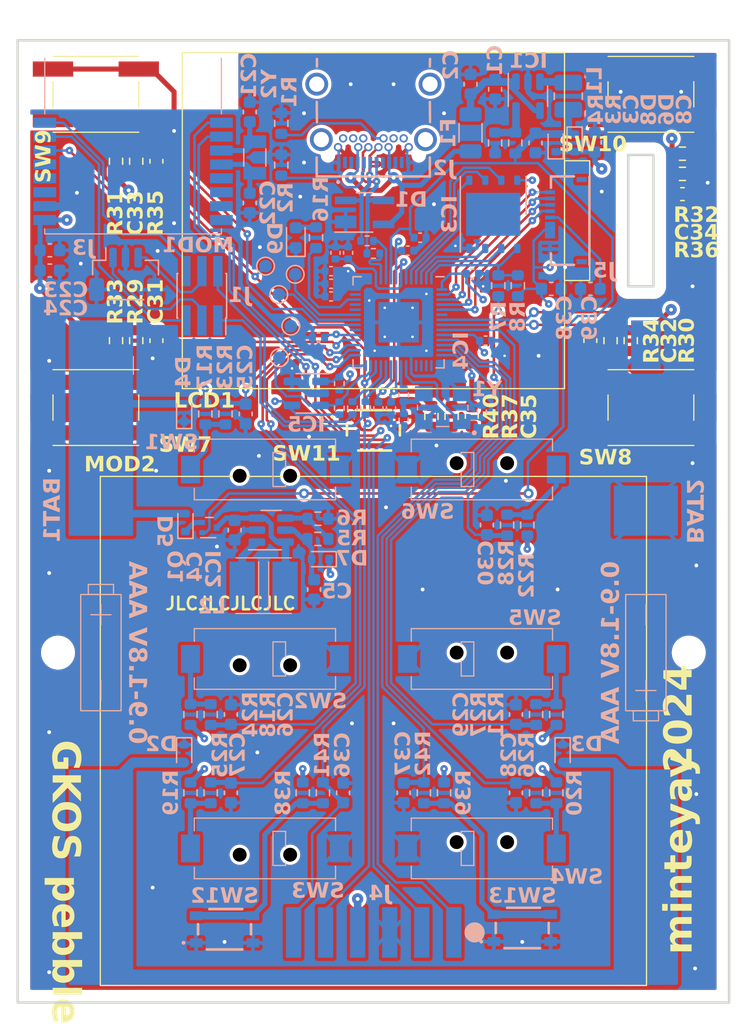
<source format=kicad_pcb>
(kicad_pcb (version 20240108) (generator "pcbnew") (generator_version "8.0")
  (title_block (title "gkos pebble") (date "2024-03-26") (rev "1") (company "minteyay") (comment 1 "PCB"))
  (layers (0 "F.Cu" signal) (1 "In1.Cu" power) (2 "In2.Cu" power) (31 "B.Cu" signal) (34 "B.Paste" user) (35 "F.Paste" user) (36 "B.SilkS" user "B.Silkscreen") (37 "F.SilkS" user "F.Silkscreen") (38 "B.Mask" user) (39 "F.Mask" user) (44 "Edge.Cuts" user))
  (property "KEYBOARD_PULLUP" "100k")
  (net 0 "")
  (net 1 "Net-(BAT1-+)")
  (net 2 "GND")
  (net 3 "Net-(BAT1--)")
  (net 4 "/connectors/VBUS")
  (net 5 "+3V3")
  (net 6 "Net-(IC2-EN)")
  (net 7 "/mcu/XIN")
  (net 8 "Net-(C7-Pad2)")
  (net 9 "+3V0")
  (net 10 "Net-(IC4-VREG_VOUT)")
  (net 11 "Net-(MOD1-P000{slash}XL1)")
  (net 12 "Net-(MOD1-P001{slash}XL2)")
  (net 13 "/inputs/KEY_A")
  (net 14 "/inputs/KEY_B")
  (net 15 "/inputs/KEY_C")
  (net 16 "/inputs/KEY_D")
  (net 17 "/inputs/KEY_E")
  (net 18 "/inputs/KEY_F")
  (net 19 "/inputs/MOUSE_1")
  (net 20 "/inputs/MOUSE_3")
  (net 21 "/inputs/MENU")
  (net 22 "/~{EXT_RST}")
  (net 23 "/inputs/~{USB_BOOT}")
  (net 24 "Net-(J5-DISP)")
  (net 25 "/mcu/USB_D+")
  (net 26 "/mcu/USB_D-")
  (net 27 "Net-(D1-Pad4)")
  (net 28 "Net-(D7-A)")
  (net 29 "Net-(IC1-LX)")
  (net 30 "Net-(IC1-FB)")
  (net 31 "Net-(IC2-SW)")
  (net 32 "Net-(IC2-FB)")
  (net 33 "/SDA")
  (net 34 "/SCL")
  (net 35 "/lcd/LCD_SCLK")
  (net 36 "/lcd/LCD_SI")
  (net 37 "/mcu/LED")
  (net 38 "/lcd/LCD_SCS")
  (net 39 "/lcd/LCD_COMIN")
  (net 40 "/mcu/XOUT")
  (net 43 "/inputs/TP_RDY")
  (net 44 "/mcu/USB_MCU_D-")
  (net 45 "/mcu/USB_MCU_D+")
  (net 46 "/mcu/QSPI_SD3")
  (net 47 "/mcu/QSPI_SCLK")
  (net 48 "/mcu/QSPI_SD0")
  (net 49 "/mcu/QSPI_SD2")
  (net 50 "/mcu/QSPI_SD1")
  (net 51 "/mcu/QSPI_CS")
  (net 52 "/SWD_A")
  (net 53 "/SWCLK_A")
  (net 54 "/SWD_IN")
  (net 55 "/SWCLK_IN")
  (net 56 "/SWD_B")
  (net 57 "/SWCLK_B")
  (net 58 "Net-(J2-CC1)")
  (net 60 "Net-(J2-CC2)")
  (net 69 "Net-(R17-Pad2)")
  (net 70 "Net-(R18-Pad2)")
  (net 71 "Net-(R19-Pad2)")
  (net 72 "Net-(R20-Pad2)")
  (net 73 "Net-(R21-Pad2)")
  (net 74 "Net-(R22-Pad2)")
  (net 75 "/inputs/MOUSE_2")
  (net 76 "/inputs/MOUSE_4")
  (net 77 "Net-(SW7-2a)")
  (net 78 "Net-(SW8-2a)")
  (net 79 "Net-(SW10-2a)")
  (net 80 "Net-(SW9-2a)")
  (net 81 "Net-(R37-Pad2)")
  (net 82 "Net-(R38-Pad2)")
  (net 83 "Net-(R39-Pad2)")
  (net 87 "Net-(IC4-SWCLK)")
  (net 88 "Net-(IC4-SWD)")
  (net 89 "Net-(D5-K)")
  (net 90 "Net-(D9-A)")
  (net 92 "Net-(IC4-GPIO24)")
  (net 93 "Net-(IC4-GPIO25)")
  (footprint "Resistor_SMD:R_0603_1608Metric" (layer "F.Cu") (at 155.4 89 90)
    (property "Reference" "R40")
    (property "Value" "10k")
  )
  (footprint "footprints:EVQ-Q2H03W" (layer "F.Cu") (at 171.2 88.3 180)
    (property "Reference" "SW8")
    (property "Value" "EVQ-Q2H03W")
  )
  (footprint "footprints:TPS43" (layer "F.Cu") (at 149.2 113.9)
    (property "Reference" "MOD2")
    (property "Value" "TPS43-201A-S")
  )
  (footprint "Resistor_SMD:R_0603_1608Metric" (layer "F.Cu") (at 130.4 83 90)
    (property "Reference" "R33")
    (property "Value" "10k")
  )
  (footprint "Resistor_SMD:R_0603_1608Metric" (layer "F.Cu") (at 130.4 68.8 -90)
    (property "Reference" "R35")
    (property "Value" "10k")
  )
  (footprint "Capacitor_SMD:C_0603_1608Metric" (layer "F.Cu") (at 166.4 83 -90)
    (property "Reference" "C32")
    (property "Value" "0.1uF")
  )
  (footprint "MountingHole:MountingHole_2.2mm_M2" (layer "F.Cu") (at 174.2 107.7)
    (property "Reference" "H1" (hide yes))
    (property "Value" "M2")
  )
  (footprint "footprints:RKB2SJM250SMTRLFS" (layer "F.Cu") (at 149.2 90.1)
    (property "Reference" "SW11")
    (property "Value" "RKB2SJM250SMTR" (hide yes))
  )
  (footprint "footprints:EVQ-Q2H03W" (layer "F.Cu") (at 127.2 63.5)
    (property "Reference" "SW9")
    (property "Value" "EVQ-Q2H03W")
  )
  (footprint "Resistor_SMD:R_0603_1608Metric" (layer "F.Cu") (at 169.6 83 -90)
    (property "Reference" "R30")
    (property "Value" "100k")
  )
  (footprint "Capacitor_SMD:C_0603_1608Metric" (layer "F.Cu") (at 132 68.8 90)
    (property "Reference" "C33")
    (property "Value" "0.1uF")
  )
  (footprint "footprints:EVQ-Q2H03W" (layer "F.Cu") (at 171.2 63.5)
    (property "Reference" "SW10")
    (property "Value" "EVQ-Q2H03W")
  )
  (footprint "footprints:LS013B7DH03" (layer "F.Cu") (at 149.2 73.5 90)
    (property "Reference" "LCD1")
    (property "Value" "LS013B7DH03")
  )
  (footprint "Resistor_SMD:R_0603_1608Metric" (layer "F.Cu") (at 128.8 68.8 90)
    (property "Reference" "R31")
    (property "Value" "100k")
  )
  (footprint "Capacitor_SMD:C_0603_1608Metric" (layer "F.Cu") (at 157 89 -90)
    (property "Reference" "C35")
    (property "Value" "1uF")
  )
  (footprint "MountingHole:MountingHole_2.2mm_M2" (layer "F.Cu") (at 124.2 107.7)
    (property "Reference" "H2" (hide yes))
    (property "Value" "M2")
  )
  (footprint "Resistor_SMD:R_0603_1608Metric" (layer "F.Cu") (at 173.7 68.2)
    (property "Reference" "R32")
    (property "Value" "100k")
  )
  (footprint "Resistor_SMD:R_0603_1608Metric" (layer "F.Cu") (at 128.8 83 -90)
    (property "Reference" "R29")
    (property "Value" "100k")
  )
  (footprint "footprints:EVQ-Q2H03W" (layer "F.Cu") (at 127.2 88.3 180)
    (property "Reference" "SW7")
    (property "Value" "EVQ-Q2H03W")
  )
  (footprint "Capacitor_SMD:C_0603_1608Metric" (layer "F.Cu") (at 173.7 71.4)
    (property "Reference" "C34")
    (property "Value" "0.1uF")
  )
  (footprint "Resistor_SMD:R_0603_1608Metric" (layer "F.Cu") (at 153.8 89 -90)
    (property "Reference" "R37")
    (property "Value" "100k")
  )
  (footprint "Resistor_SMD:R_0603_1608Metric" (layer "F.Cu") (at 168 83 90)
    (property "Reference" "R34")
    (property "Value" "10k")
  )
  (footprint "Capacitor_SMD:C_0603_1608Metric" (layer "F.Cu") (at 132 83 -90)
    (property "Reference" "C31")
    (property "Value" "0.1uF")
  )
  (footprint "Resistor_SMD:R_0603_1608Metric" (layer "F.Cu") (at 173.7 69.8 180)
    (property "Reference" "R36")
    (property "Value" "10k")
  )
  (footprint "Resistor_SMD:R_0603_1608Metric" (layer "B.Cu") (at 141.9 65.8 90)
    (property "Reference" "R1")
    (property "Value" "5.1k")
  )
  (footprint "Inductor_SMD:L_1008_2520Metric" (layer "B.Cu") (at 164.65 63.65 -90)
    (property "Reference" "L1")
    (property "Value" "1.5uH")
  )
  (footprint "Diode_SMD:D_SOD-523" (layer "B.Cu") (at 134.3 97.4 90)
    (property "Reference" "D5")
    (property "Value" "RB521S30")
  )
  (footprint "footprints:D2LS" (layer "B.Cu") (at 157.8 107.7)
    (property "Reference" "SW5")
    (property "Value" "D2LS-21")
  )
  (footprint "Resistor_SMD:R_0402_1005Metric" (layer "B.Cu") (at 151.596449 87.3 90)
    (property "Reference" "R9" (hide yes))
    (property "Value" "1k")
  )
  (footprint "Resistor_SMD:R_0603_1608Metric" (layer "B.Cu") (at 160.65 78.65 90)
    (property "Reference" "R8")
    (property "Value" "DNF")
  )
  (footprint "Package_TO_SOT_SMD:SOT-23-5" (layer "B.Cu") (at 161.45 63.65 -90)
    (property "Reference" "IC1")
    (property "Value" "RT8096AHGJ5" (hide yes))
  )
  (footprint "Resistor_SMD:R_0603_1608Metric" (layer "B.Cu") (at 144.65 74.85 90)
    (property "Reference" "R16")
    (property "Value" "560R")
  )
  (footprint "Capacitor_SMD:C_0402_1005Metric" (layer "B.Cu") (at 157.796449 88.6 -90)
    (property "Reference" "C6" (hide yes))
    (property "Value" "15pF")
  )
  (footprint "Capacitor_SMD:C_0402_1005Metric" (layer "B.Cu") (at 151.925 75.875)
    (property "Reference" "C19" (hide yes))
    (property "Value" "100nF")
  )
  (footprint "footprints:EXL1V0402-2R2-R" (layer "B.Cu") (at 140.5 102.4 180)
    (property "Reference" "L2")
    (property "Value" "2.2uH")
  )
  (footprint "Capacitor_SMD:C_0603_1608Metric" (layer "B.Cu") (at 139.4 72.1 90)
    (property "Reference" "C22")
    (property "Value" "12pF")
  )
  (footprint "Capacitor_SMD:C_0603_1608Metric" (layer "B.Cu") (at 146.8 118.8 90)
    (property "Reference" "C36")
    (property "Value" "1uF")
  )
  (footprint "Resistor_SMD:R_0603_1608Metric" (layer "B.Cu") (at 163.7 112.6 90)
    (property "Reference" "R21")
    (property "Value" "100k")
  )
  (footprint "Diode_SMD:D_SOD-523" (layer "B.Cu") (at 164.2 115.7 -90)
    (property "Reference" "D3")
    (property "Value" "LAD52C03L01")
  )
  (footprint "Capacitor_SMD:C_0603_1608Metric" (layer "B.Cu") (at 166.75 67.3 90)
    (property "Reference" "C8")
    (property "Value" "100nF")
  )
  (footprint "Capacitor_SMD:C_0402_1005Metric" (layer "B.Cu") (at 147.196449 76.05 90)
    (property "Reference" "C11" (hide yes))
    (property "Value" "1uF")
  )
  (footprint "Connector_PinHeader_1.27mm:PinHeader_2x03_P1.27mm_Vertical_SMD" (layer "B.Cu") (at 135.6 79.45 90)
    (property "Reference" "J1")
    (property "Value" "20021121-00006T4LF")
  )
  (footprint "Resistor_SMD:R_0603_1608Metric" (layer "B.Cu") (at 134.7 118.8 -90)
    (property "Reference" "R19")
    (property "Value" "100k")
  )
  (footprint "Package_DFN_QFN:QFN-56-1EP_7x7mm_P0.4mm_EP3.2x3.2mm" (layer "B.Cu") (at 151.196449 81.55 180)
    (property "Reference" "IC4")
    (property "Value" "RP2040")
  )
  (footprint "Capacitor_SMD:C_0402_1005Metric" (layer "B.Cu") (at 145.846449 77.5 180)
    (property "Reference" "C20" (hide yes))
    (property "Value" "100nF")
  )
  (footprint "Capacitor_SMD:C_0402_1005Metric" (layer "B.Cu") (at 150.6 88.35 -90)
    (property "Reference" "C16" (hide yes))
    (property "Value" "100nF")
  )
  (footprint "footprints:D2LS" (layer "B.Cu") (at 140.6 108.7 180)
    (property "Reference" "SW2")
    (property "Value" "D2LS-21")
  )
  (footprint "Resistor_SMD:R_0603_1608Metric" (layer "B.Cu") (at 136.3 118.8 90)
    (property "Reference" "R25")
    (property "Value" "10k")
  )
  (footprint "Resistor_SMD:R_0603_1608Metric" (layer "B.Cu") (at 144.8 98.7)
    (property "Reference" "R5")
    (property "Value" "100k 1%")
  )
  (footprint "Package_TO_SOT_SMD:SOT-723" (layer "B.Cu") (at 136.2 97.8)
    (property "Reference" "Q1")
    (property "Value" "SSM3J35AMFV" (hide yes))
  )
  (footprint "Resistor_SMD:R_0402_1005Metric" (layer "B.Cu") (at 148.7 75.1)
    (property "Reference" "R10" (hide yes))
    (property "Value" "27.4")
  )
  (footprint "Capacitor_SMD:C_0603_1608Metric" (layer "B.Cu") (at 158.85 63.1 -90)
    (property "Reference" "C2")
    (property "Value" "10uF")
  )
  (footprint "Capacitor_SMD:C_0402_1005Metric" (layer "B.Cu") (at 158.1 83)
    (property "Reference" "C17" (hide yes))
    (property "Value" "100nF")
  )
  (footprint "Resistor_SMD:R_0402_1005Metric" (layer "B.Cu") (at 149.2 76.1)
    (property "Reference" "R11" (hide yes))
    (property "Value" "27.4")
  )
  (footprint "Capacitor_SMD:C_0603_1608Metric" (layer "B.Cu") (at 137.9 118.8 -90)
    (property "Reference" "C27")
    (property "Value" "0.1uF")
  )
  (footprint "Capacitor_SMD:C_0402_1005Metric" (layer "B.Cu") (at 157.05 77.7)
    (property "Reference" "C18" (hide yes))
    (property "Value" "100nF")
  )
  (footprint "TestPoint:TestPoint_Pad_D1.0mm" (layer "B.Cu") (at 141.75 84.35 180)
    (property "Reference" "TP2" (hide yes))
    (property "Value" "SDA")
  )
  (footprint "TestPoint:TestPoint_Pad_D1.0mm" (layer "B.Cu") (at 140.65 77.1 180)
    (property "Reference" "TP1" (hide yes))
    (property "Value" "RESET")
  )
  (footprint "Resistor_SMD:R_0603_1608Metric" (layer "B.Cu") (at 141.9 69.1 90)
    (property "Reference" "R2")
    (property "Value" "5.1k")
  )
  (footprint "Resistor_SMD:R_0603_1608Metric" (layer "B.Cu") (at 158.85 67.35 -90)
    (property "Reference" "R4")
    (property "Value" "22k 1%")
  )
  (footprint "Capacitor_SMD:C_0603_1608Metric" (layer "B.Cu") (at 139.075 88.8 -90)
    (property "Reference" "C25")
    (property "Value" "0.1uF")
  )
  (footprint "Resistor_SMD:R_0603_1608Metric" (layer "B.Cu") (at 163.7 118.8 -90)
    (property "Reference" "R20")
    (property "Value" "100k")
  )
  (footprint "Capacitor_SMD:C_0603_1608Metric" (layer "B.Cu") (at 123.55 75.85)
    (property "Reference" "C23")
    (property "Value" "100nF")
  )
  (footprint "Resistor_SMD:R_0603_1608Metric" (layer "B.Cu") (at 144.8 97.1)
    (property "Reference" "R6")
    (property "Value" "18k 1%")
  )
  (footprint "Resistor_SMD:R_0603_1608Metric" (layer "B.Cu") (at 161.4 97.6 90)
    (property "Reference" "R22")
    (property "Value" "100k")
  )
  (footprint "LED_SMD:LED_0603_1608Metric" (layer "B.Cu") (at 143.05 74.85 90)
    (property "Reference" "D9")
    (property "Value" "IN-S63AT5A")
  )
  (footprint "Resistor_SMD:R_0603_1608Metric" (layer "B.Cu") (at 153.2 118.8 90)
    (property "Reference" "R42")
    (property "Value" "10k")
  )
  (footprint "Resistor_SMD:R_0402_1005Metric" (layer "B.Cu") (at 146.5 86.4 90)
    (property "Reference" "R15" (hide yes))
    (property "Value" "10k")
  )
  (footprint "footprints:7M-12.000MEHE-T" (layer "B.Cu") (at 154.696449 88.3 180)
    (property "Reference" "Y1")
    (property "Value" "7M-12.000MEHE-T")
  )
  (footprint "Resistor_SMD:R_0603_1608Metric" (layer "B.Cu") (at 143.6 118.8 -90)
    (property "Reference" "R38")
    (property "Value" "100k")
  )
  (footprint "Capacitor_SMD:C_0603_1608Metric" (layer "B.Cu") (at 123.55 77.45)
    (property "Reference" "C24")
    (property "Value" "4.7uF")
  )
  (footprint "Connector_JST:JST_SH_BM03B-SRSS-TB_1x03-1MP_P1.00mm_Vertical" (layer "B.Cu") (at 129.55 77.75)
    (property "Reference" "J3")
    (property "Value" "BM03B-SRSS-TB")
  )
  (footprint "Resistor_SMD:R_0603_1608Metric" (layer "B.Cu") (at 160.45 67.35 90)
    (property "Reference" "R3")
    (property "Value" "100k 1%")
  )
  (footprint "Package_TO_SOT_SMD:SOT-23-6" (layer "B.Cu") (at 141.1 98)
    (property "Reference" "IC2")
    (property "Value" "TLV61070A" (hide yes))
  )
  (footprint "Capacitor_SMD:C_0402_1005Metric" (layer "B.Cu") (at 151.596449 89.25 90)
    (property "Reference" "C7" (hide yes))
    (property "Value" "15pF")
  )
  (footprint "Capacitor_SMD:C_0402_1005Metric" (layer "B.Cu") (at 149.6 88.35 -90)
    (property "Reference" "C10" (hide yes))
    (property "Value" "100nF")
  )
  (footprint "footprints:F3311A7H121010E200" (layer "B.Cu") (at 164.8 73.5 -90)
    (property "Reference" "J5")
    (property "Value" "LS013B7DH03" (hide yes))
  )
  (footprint "footprints:Keystone_55_1xAAA" (layer "B.Cu") (at 170.8 107.7 90)
    (property "Reference" "BAT2")
    (property "Value" "0.9-1.5V AAA")
  )
  (footprint "Resistor_SMD:R_0402_1005Metric" (layer "B.Cu") (at 146.5 88.35 90)
    (property "Reference" "R14" (hide yes))
    (property "Value" "10k")
  )
  (footprint "footprints:D2LS" (layer "B.Cu") (at 157.8 92.7)
    (property "Reference" "SW6")
    (property "Value" "D2LS-21")
  )
  (footprint "Diode_SMD:D_SOD-523" (layer "B.Cu") (at 134.2 88.7 90)
    (property "Reference" "D4")
    (property "Value" "LAD52C03L01")
  )
  (footprint "Capacitor_SMD:C_0402_1005Metric" (layer "B.Cu") (at 146.196449 76.05 90)
    (property "Reference" "C9" (hide yes))
    (property "Value" "100nF")
  )
  (footprint "TestPoint:TestPoint_Pad_D1.0mm" (layer "B.Cu") (at 141.7 79.35 180)
    (property "Reference" "TP4" (hide yes))
    (property "Value" "GP24")
  )
  (footprint "Resistor_SMD:R_0603_1608Metric" (layer "B.Cu") (at 162.1 118.8 90)
    (property "Reference" "R26")
    (property "Value" "10k")
  )
  (footprint "Capacitor_SMD:C_0603_1608Metric" (layer "B.Cu") (at 163.3 78.9)
    (property "Reference" "C38")
    (property "Value" "1uF")
  )
  (footprint "footprints:BT832A" (layer "B.Cu") (at 130.15 65.35 180)
    (property "Reference" "MOD1")
    (property "Value" "BT832A")
  )
  (footprint "TestPoint:TestPoint_Pad_D1.0mm" (layer "B.Cu") (at 142.65 81.85 180)
    (property "Reference" "TP3" (hide yes))
    (property "Value" "SCL")
  )
  (footprint "Resistor_SMD:R_0603_1608Metric" (layer "B.Cu") (at 145.2 118.8 90)
    (property "Reference" "R41")
    (property "Value" "10k")
  )
  (footprint "Capacitor_SMD:C_0402_1005Metric" (layer "B.Cu") (at 152.9 74.85)
    (property "Reference" "C12" (hide yes))
    (property "Value" "100nF")
  )
  (footprint "Resistor_SMD:R_0603_1608Metric" (layer "B.Cu") (at 154.8 118.8 -90)
    (property "Reference" "R39")
    (property "Value" "100k")
  )
  (footprint "Capacitor_SMD:C_0603_1608Metric" (layer "B.Cu") (at 137.9 112.6 90)
    (property "Reference" "C26")
    (property "Value" "0.1uF")
  )
  (footprint "Capacitor_SMD:C_0603_1608Metric" (layer "B.Cu") (at 156.9 62.7 90)
    (property "Reference" "C1")
    (property "Value" "DNF")
  )
  (footprint "Diode_SMD:D_SOD-523" (layer "B.Cu") (at 163.65 67.35 90)
    (property "Reference" "D6")
    (property "Value" "RB521S30")
  )
  (footprint "Capacitor_SMD:C_0402_1005Metric" (layer "B.Cu") (at 145.846449 79.5 180)
    (property "Reference" "C14" (hide yes))
    (property "Value" "100nF")
  )
  (footprint "Resistor_SMD:R_0603_1608Metric" (layer "B.Cu") (at 137.475 88.8 90)
    (property "Reference" "R23")
    (property "Value" "10k")
  )
  (footprint "Diode_SMD:D_SOD-523" (layer "B.Cu") (at 145 100.3 180)
    (property "Reference" "D7")
    (property "Value" "RB521S30")
  )
  (footprint "Crystal:Crystal_SMD_3215-2Pin_3.2x1.5mm" (layer "B.Cu") (at 139.8 68.5 -90)
    (property "Reference" "Y2")
    (property "Value" "FC-135 32.7680KA-AC0")
  )
  (footprint "Capacitor_SMD:C_0603_1608Metric" (layer "B.Cu") (at 160.5 112.6 90)
    (property "Reference" "C29")
    (property "Value" "0.1uF")
  )
  (footprint "Resistor_SMD:R_0603_1608Metric" (layer "B.Cu") (at 135.875 88.8 -90)
    (property "Reference" "R17")
    (property "Value" "100k")
  )
  (footprint "Capacitor_SMD:C_0402_1005Metric" (layer "B.Cu") (at 145.846449 78.5 180)
    (property "Reference" "C13" (hide yes))
    (property "Value" "1uF")
  )
  (footprint "Package_TO_SOT_SMD:SOT-23-5" (layer "B.Cu") (at 143.875 87.175 180)
    (property "Reference" "IC5")
    (property "Value" "AT24C01D-STUM-T")
  )
  (footprint "Capacitor_SMD:C_0603_1608Metric" (layer "B.Cu") (at 138.2 98 -90)
    (property "Reference" "C4")
    (property "Value" "10uF")
  )
  (footprint "TestPoint:TestPoint_Pad_D1.0mm" (layer "B.Cu") (at 143 77.75 180)
    (property "Reference" "TP5" (hide yes))
    (property "Value" "GP25")
  )
  (footprint "footprints:RKB2SJM250SMTRLFS" (layer "B.Cu") (at 137.4 129.6)
    (property "Reference" "SW12")
    (property "Value" "RKB2SJM250SMTR" (hide yes))
  )
  (footprint "Capacitor_SMD:C_0603_1608Metric" (layer "B.Cu") (at 162.05 67.35 -90)
    (property "Reference" "C3")
    (property "Value" "10uF")
  )
  (footprint "Capacitor_SMD:C_0603_1608Metric" (layer "B.Cu") (at 144.5 102.7 -90)
    (property "Reference" "C5")
    (property "Value" "10uF")
  )
  (footprint "footprints:D2LS" (layer "B.Cu") (at 157.8 122.7)
    (property "Reference" "SW4")
    (property "Value" "D2LS-21")
  )
  (footprint "Capacitor_SMD:C_0603_1608Metric" (layer "B.Cu") (at 160.5 118.8 -90)
    (property "Reference" "C28")
    (property "Value" "0.1uF")
  )
  (footprint "Resistor_SMD:R_0603_1608Metric" (layer "B.Cu") (at 162.1 112.6 -90)
    (property "Reference" "R27")
    (property "Value" "10k")
  )
  (footprint "Capacitor_SMD:C_0603_1608Metric" (layer "B.Cu") (at 158.2 97.6 90)
    (property "Reference" "C30")
    (property "Value" "0.1uF")
  )
  (footprint "Resistor_SMD:R_0603_1608Metric" (layer "B.Cu") (at 159.8 97.6 -90)
    (property "Reference" "R28")
    (property "Value" "10k")
  )
  (footprint "footprints:2171830001" (layer "B.Cu") (at 149.2 65.1)
    (property "Reference" "J2")
    (property "Value" "217183-0001" (hide yes))
  )
  (footprint "Capacitor_SMD:C_0402_1005Metric" (layer "B.Cu") (at 144.85 82.75 180)
    (property "Reference" "C15" (hide yes))
    (property "Value" "100nF")
  )
  (footprint "Resistor_SMD:R_1206_3216Metric" (layer "B.Cu") (at 156.9 66.55 90)
    (property "Reference" "F1")
    (property "Value" "0ZCJ0005FF2E (50mA)")
  )
  (footprint "Capacitor_SMD:C_0603_1608Metric" (layer "B.Cu") (at 166.4 78.9 180)
    (property "Reference" "C39")
    (property "Value" "0.1uF")
  )
  (footprint "Resistor_SMD:R_0603_1608Metric" (layer "B.Cu") (at 159.1 78.65 90)
    (property "Reference" "R7")
    (property "Value" "1k")
  )
  (footprint "footprints:TPS43_wires" (layer "B.Cu") (at 149.22 129.85 180)
    (property "Reference" "J4")
    (property "Value" "TPS43")
  )
  (footprint "Diode_SMD:D_SOD-523" (layer "B.Cu") (at 165.15 67.35 -90)
    (property "Reference" "D8")
    (property "Value" "RB521S30")
  )
  (footprint "Resistor_SMD:R_0603_1608Metric" (layer "B.Cu") (at 134.7 112.6 90)
    (property "Reference" "R18")
    (property "Value" "100k")
  )
  (footprint "Capacitor_SMD:C_0603_1608Metric" (layer "B.Cu") (at 139.4 64.9 -90)
    (property "Reference" "C21")
    (property "Value" "12pF")
  )
  (footprint "footprints:D2LS" (layer "B.Cu") (at 140.6 123.7 180)
    (property "Reference" "SW3")
    (property "Value" "D2LS-21")
  )
  (footprint "Resistor_SMD:R_0402_1005Metric" (layer "B.Cu") (at 147.54 88.34 90)
    (property "Reference" "R13" (hide yes))
    (property "Value" "100R")
  )
  (footprint "Package_TO_SOT_SMD:SOT-143_Handsoldering" (layer "B.Cu") (at 148.5 72.85)
    (property "Reference" "D1")
    (property "Value" "UDT14A05L03")
  )
  (footprint "footprints:Keystone_55_1xAAA" (layer "B.Cu") (at 127.6 107.7 -90)
    (property "Reference" "BAT1")
    (property "Value" "0.9-1.5V AAA")
  )
  (footprint "Package_SON:WSON-8-1EP_6x5mm_P1.27mm_EP3.4x4.3mm" (layer "B.Cu") (at 158.7 73 90)
    (property "Reference" "IC3")
    (property "Value" "W25Q64JVZPIQ")
  )
  (footprint "Resistor_SMD:R_0402_1005Metric" (layer "B.Cu") (at 148.58 88.34 90)
    (property "Reference" "R12" (hide yes))
    (property "Value" "100R")
  )
  (footprint "Capacitor_SMD:C_0603_1608Metric" (layer "B.Cu") (at 151.6 118.8 -90)
    (property "Reference" "C37")
    (property "Value" "1uF")
  )
  (footprint "footprints:D2LS" (layer "B.Cu") (at 140.6 93.7 180)
    (property "Reference" "SW1")
    (property "Value" "D2LS-21")
  )
  (footprint "Diode_SMD:D_SOD-523" (layer "B.Cu") (at 134.2 115.7 -90)
    (property "Reference" "D2")
    (property "Value" "LAD52C03L01")
  )
  (footprint "footprints:RKB2SJM250SMTRLFS" (layer "B.Cu") (at 161 129.5)
    (property "Reference" "SW13")
    (property "Value" "RKB2SJM250SMTR" (hide yes))
  )
  (footprint "Resistor_SMD:R_0603_1608Metric" (layer "B.Cu") (at 136.3 112.6 -90)
    (property "Reference" "R24")
    (property "Value" "10k")
  )
  (gr_rect (start 121 59.225) (end 177.4 135.4) (stroke (width 0.2)) (fill none) (layer "Edge.Cuts"))
  (gr_rect (start 169.4 68.3) (end 171.4 78.7) (stroke (width 0.2)) (fill none) (layer "Edge.Cuts"))
  (gr_text "0.9-1.8V AAA" (at 168.9 107.7 90) (layer "B.SilkS") (effects (font (size 1.4 1.4) (thickness 0.28) (bold yes)) (justify bottom mirror)))
  (gr_text "0.9-1.8V AAA" (at 129.6 107.7 270) (layer "B.SilkS") (effects (font (size 1.4 1.4) (thickness 0.28) (bold yes)) (justify bottom mirror)))
  (gr_text "GKOS pebble" (at 123.4 114.6 270) (layer "F.SilkS") (effects (font (size 2.2 2.2) (thickness 0.36) (bold yes)) (justify left bottom)))
  (gr_text "JLCJLCJLCJLC" (at 132.6 104.4 0) (layer "F.SilkS") (effects (font (size 1 1) (thickness 0.2) (bold yes)) (justify left bottom)))
  (gr_text "minteyay" (at 174.8 131.6 90) (layer "F.SilkS") (effects (font (size 2.2 2.2) (thickness 0.36) (bold yes)) (justify left bottom)))
  (gr_text "2024" (at 174.8 117.2 90) (layer "F.SilkS") (effects (font (size 2.2 2.2) (thickness 0.36) (bold yes)) (justify left bottom)))
  (segment (start 127.6 87) (end 127.6 83.38) (width 0.6) (layer "B.Cu") (net 1))
  (segment (start 134.2 88) (end 128.6 88) (width 0.6) (layer "B.Cu") (net 1))
  (segment (start 127.84 96.7) (end 127.6 96.46) (width 0.6) (layer "B.Cu") (net 1))
  (segment (start 134.3 96.7) (end 127.84 96.7) (width 0.6) (layer "B.Cu") (net 1))
  (segment (start 128.6 88) (end 127.6 87) (width 0.6) (layer "B.Cu") (net 1))
  (segment (start 149.55 89.55) (end 150.4 89.55) (width 0.2) (layer "F.Cu") (net 2))
  (segment (start 131.6 61.5) (end 133.4 63.3) (width 0.4) (layer "F.Cu") (net 2))
  (segment (start 123.8 61.5) (end 130.6 61.5) (width 0.4) (layer "F.Cu") (net 2))
  (segment (start 146.95 89.025) (end 147.325 89.025) (width 0.2) (layer "F.Cu") (net 2))
  (segment (start 130.6 61.5) (end 131.6 61.5) (width 0.4) (layer "F.Cu") (net 2))
  (segment (start 133.4 63.3) (end 133.4 66.4) (width 0.4) (layer "F.Cu") (net 2))
  (segment (start 148.383966 90.083966) (end 149.016034 90.083966) (width 0.2) (layer "F.Cu") (net 2))
  (segment (start 150.4 89.55) (end 150.6 89.75) (width 0.2) (layer "F.Cu") (net 2))
  (segment (start 149.016034 90.083966) (end 149.55 89.55) (width 0.2) (layer "F.Cu") (net 2))
  (segment (start 147.325 89.025) (end 148.383966 90.083966) (width 0.2) (layer "F.Cu") (net 2))
  (via (at 161 130.6) (size 0.9) (drill 0.3) (layers "F.Cu" "B.Cu") (net 2))
  (via (at 159.7 94.1) (size 0.9) (drill 0.3) (layers "F.Cu" "B.Cu") (net 2))
  (via (at 173.6 63.3) (size 0.9) (drill 0.3) (layers "F.Cu" "B.Cu") (net 2))
  (via (at 162.3 84.2) (size 0.9) (drill 0.3) (layers "F.Cu" "B.Cu") (net 2))
  (via (at 123.5 84.6) (size 0.9) (drill 0.3) (layers "F.Cu" "B.Cu") (net 2))
  (via (at 150.2 96.2) (size 0.9) (drill 0.3) (layers "F.Cu" "B.Cu") (net 2))
  (via (at 147.4 62.7) (size 0.9) (drill 0.3) (layers "F.Cu" "B.Cu") (net 2))
  (via (at 164.4 77.2) (size 0.9) (drill 0.3) (layers "F.Cu" "B.Cu") (net 2))
  (via (at 152.3 80.4) (size 0.6) (drill 0.2) (layers "F.Cu" "B.Cu") (net 2))
  (via (at 150.6 89.75) (size 0.6) (drill 0.2) (layers "F.Cu" "B.Cu") (net 2))
  (via (at 163.8 102.7) (size 0.9) (drill 0.3) (layers "F.Cu" "B.Cu") (net 2))
  (via (at 136.8 99.3) (size 0.9) (drill 0.3) (layers "F.Cu" "B.Cu") (net 2))
  (via (at 123.5 101.4) (size 0.9) (drill 0.3) (layers "F.Cu" "B.Cu") (net 2))
  (via (at 154 72.2) (size 0.9) (drill 0.3) (layers "F.Cu" "B.Cu") (net 2))
  (via (at 132.1 75.9) (size 0.9) (drill 0.3) (layers "F.Cu" "B.Cu") (net 2))
  (via (at 152.3 82.7) (size 0.6) (drill 0.2) (layers "F.Cu" "B.Cu") (net 2))
  (via (at 154.2 91.3) (size 0.9) (drill 0.3) (layers "F.Cu" "B.Cu") (net 2))
  (via (at 131.7 126.3) (size 0.9) (drill 0.3) (layers "F.Cu" "B.Cu") (net 2))
  (via (at 174.8 118.9) (size 0.9) (drill 0.3) (layers "F.Cu" "B.Cu") (net 2))
  (via (at 123.5 114) (size 0.9) (drill 0.3) (layers "F.Cu" "B.Cu") (net 2))
  (via (at 143.7 65) (size 0.9) (drill 0.3) (layers "F.Cu" "B.Cu") (net 2))
  (via (at 155.7 75.5) (size 0.6) (drill 0.2) (layers "F.Cu" "B.Cu") (net 2))
  (via (at 157.9 78.7) (size 0.6) (drill 0.2) (layers "F.Cu" "B.Cu") (net 2))
  (via (at 153.4 83.8) (size 0.6) (drill 0.2) (layers "F.Cu" "B.Cu") (net 2))
  (via (at 174.7 132.7) (size 0.9) (drill 0.3) (layers "F.Cu" "B.Cu") (net 2))
  (via (at 137.4 130.6) (size 0.9) (drill 0.3) (layers "F.Cu" "B.Cu") (net 2))
  (via (at 150.1 80.4) (size 0.6) (drill 0.2) (layers "F.Cu" "B.Cu") (net 2))
  (via (at 150.8 113.3) (size 0.9) (drill 0.3) (layers "F.Cu" "B.Cu") (net 2))
  (via (at 143.4 71.6) (size 0.9) (drill 0.3) (layers "F.Cu" "B.Cu") (net 2))
  (via (at 133.4 73.7) (size 0.9) (drill 0.3) (layers "F.Cu" "B.Cu") (net 2))
  (via (at 143.7 68.9) (size 0.9) (drill 0.3) (layers "F.Cu" "B.Cu") (net 2))
  (via (at 133.4 66.4) (size 0.9) (drill 0.3) (layers "F.Cu" "B.Cu") (net 2))
  (via (at 150.1 82.7) (size 0.6) (drill 0.2) (layers "F.Cu" "B.Cu") (net 2))
  (via (at 142.75 85.2) (size 0.6) (drill 0.2) (layers "F.Cu" "B.Cu") (net 2))
  (via (at 174.5 92.7) (size 0.9) (drill 0.3) (layers "F.Cu" "B.Cu") (net 2))
  (via (at 153.1 102.7) (size 0.9) (drill 0.3) (layers "F.Cu" "B.Cu") (net 2))
  (via (at 144.1 90.6) (size 0.9) (drill 0.3) (layers "F.Cu" "B.Cu") (net 2))
  (via (at 147.5 113.3) (size 0.9) (drill 0.3) (layers "F.Cu" "B.Cu") (net 2))
  (via (at 175.7 70.5) (size 0.9) (drill 0.3) (layers "F.Cu" "B.Cu") (net 2))
  (via (at 153.4 79.3) (size 0.6) (drill 0.2) (layers "F.Cu" "B.Cu") (net 2))
  (via (at 140.2 75.6) (size 0.9) (drill 0.3) (layers "F.Cu" "B.Cu") (net 2))
  (via (at 149.3 83.8) (size 0.6) (drill 0.2) (layers "F.Cu" "B.Cu") (net 2))
  (via (at 131.975 93.3) (size 0.9) (drill 0.3) (layers "F.Cu" "B.Cu") (net 2))
  (via (at 148.875 79.825) (size 0.6) (drill 0.2) (layers "F.Cu" "B.Cu") (net 2))
  (via (at 174.8 100.8) (size 0.9) (drill 0.3) (layers "F.Cu" "B.Cu") (net 2))
  (via (at 123.5 93.3) (size 0.9) (drill 0.3) (layers "F.Cu" "B.Cu") (net 2))
  (via (at 167.3 71.2) (size 0.9) (drill 0.3) (layers "F.Cu" "B.Cu") (net 2))
  (via (at 150.8 62.7) (size 0.9) (drill 0.3) (layers "F.Cu" "B.Cu") (net 2))
  (via (at 131.7 84.4) (size 0.9) (drill 0.3) (layers "F.Cu" "B.Cu") (net 2))
  (via (at 126 76.9) (size 0.9) (drill 0.3) (layers "F.Cu" "B.Cu") (net 2))
  (via (at 154.8 65) (size 0.9) (drill 0.3) (layers "F.Cu" "B.Cu") (net 2))
  (via (at 168.8 63.3) (size 0.9) (drill 0.3) (layers "F.Cu" "B.Cu") (net 2))
  (via (at 159.6 84.2) (size 0.6) (drill 0.2) (layers "F.Cu" "B.Cu") (net 2))
  (via (at 123.5 133) (size 0.9) (drill 0.3) (layers "F.Cu" "B.Cu") (net 2))
  (via (at 174.5 78.7) (size 0.9) (drill 0.3) (layers "F.Cu" "B.Cu") (net 2))
  (via (at 140 115.6) (size 0.9) (drill 0.3) (layers "F.Cu" "B.Cu") (net 2))
  (via (at 140.125 92.125) (size 0.9) (drill 0.3) (layers "F.Cu" "B.Cu") (net 2))
  (via (at 125.7 71.3) (size 0.9) (drill 0.3) (layers "F.Cu" "B.Cu") (net 2))
  (segment (start 145.0125 87.175) (end 144.197646 87.175) (width 0.6) (layer "B.Cu") (net 2))
  (segment (start 152.2 85.6) (end 152.4 85.8) (width 0.2) (layer "B.Cu") (net 2))
  (segment (start 138.975 98) (end 138.2 98.775) (width 0.4) (layer "B.Cu") (net 2))
  (segment (start 123.15 72.35) (end 124.65 72.35) (width 0.6) (layer "B.Cu") (net 2))
  (segment (start 152.4 85.8) (end 154.6 85.8) (width 0.2) (layer "B.Cu") (net 2))
  (segment (start 152.405 75.875) (end 152.55 75.875) (width 0.4) (layer "B.Cu") (net 2))
  (segment (start 152.196449 84.9875) (end 152.196449 84.003551) (width 0.2) (layer "B.Cu") (net 2))
  (segment (start 163.205 75.25) (end 163.155 75.2) (width 0.2) (layer "B.Cu") (net 2))
  (segment (start 161.45 63.25) (end 161.9 63.7) (width 0.4) (layer "B.Cu") (net 2))
  (segment (start 144.197646 87.175) (end 143.247646 86.225) (width 0.6) (layer "B.Cu") (net 2))
  (segment (start 153.38 75.045) (end 153.38 74.85) (width 0.4) (layer "B.Cu") (net 2))
  (segment (start 143.247646 86.225) (end 142.7375 86.225) (width 0.6) (layer "B.Cu") (net 2))
  (segment (start 151.875 67.81) (end 151.875 68.82) (width 0.2) (layer "B.Cu") (net 2))
  (segment (start 151.875 68.82) (end 151.95 68.895) (width 0.2) (layer "B.Cu") (net 2))
  (segment (start 152.2 84) (end 152.196449 84.003551) (width 0.2) (layer "B.Cu") (net 2))
  (segment (start 146.5 69.65) (end 146 69.65) (width 0.2) (layer "B.Cu") (net 2))
  (segment (start 162.6 75.2) (end 162.55 75.25) (width 0.2) (layer "B.Cu") (net 2))
  (segment (start 163.155 75.2) (end 162.6 75.2) (width 0.2) (layer "B.Cu") (net 2))
  (segment (start 152 67.685) (end 151.875 67.81) (width 0.2) (layer "B.Cu") (net 2))
  (segment (start 152.55 75.875) (end 153.38 75.045) (width 0.4) (layer "B.Cu") (net 2))
  (segment (start 139.9625 98) (end 138.975 98) (width 0.4) (layer "B.Cu") (net 2))
  (segment (start 146.45 67.735) (end 146.45 68.895) (width 0.2) (layer "B.Cu") (net 2))
  (segment (start 161.45 62.5125) (end 161.45 63.25) (width 0.4) (layer "B.Cu") (net 2))
  (segment (start 158.85 68.175) (end 158.85 67.55) (width 0.6) (layer "B.Cu") (net 2))
  (segment (start 163.205 75.25) (end 163.255 75.2) (width 0.2) (layer "B.Cu") (net 2))
  (segment (start 146.4 67.685) (end 146.45 67.735) (width 0.2) (layer "B.Cu") (net 2))
  (segment (start 146.45 68.895) (end 146.45 69.6) (width 0.2) (layer "B.Cu") (net 2))
  (segment (start 139.075 89.575) (end 138.4 88.9) (width 0.4) (layer "B.Cu") (net 2))
  (segment (start 124.65 72.35) (end 124.7 72.3) (width 0.6) (layer "B.Cu") (net 2))
  (segment (start 152.196449 84.9875) (end 152.2 84.991051) (width 0.2) (layer "B.Cu") (net 2))
  (segment (start 163.255 75.2) (end 163.85 75.2) (width 0.2) (layer "B.Cu") (net 2))
  (segment (start 163.85 75.2) (end 163.9 75.25) (width 0.2) (layer "B.Cu") (net 2))
  (segment (start 152.2 84.991051) (end 152.2 85.6) (width 0.2) (layer "B.Cu") (net 2))
  (segment (start 146.45 69.6) (end 146.5 69.65) (width 0.2) (layer "B.Cu") (net 2))
  (segment (start 128.98 133.4) (end 127.6 132.02) (width 1.2) (layer "B.Cu") (net 3))
  (segment (start 169.42 133.4) (end 128.98 133.4) (width 1.2) (layer "B.Cu") (net 3))
  (segment (start 170.8 132.02) (end 169.42 133.4) (width 1.2) (layer "B.Cu") (net 3))
  (segment (start 164.2 116.4) (end 168.26 116.4) (width 0.8) (layer "B.Cu") (net 3))
  (segment (start 130.14 116.4) (end 127.6 118.94) (width 0.8) (layer "B.Cu") (net 3))
  (segment (start 168.26 116.4) (end 170.8 118.94) (width 0.8) (layer "B.Cu") (net 3))
  (segment (start 134.2 116.4) (end 130.14 116.4) (width 0.8) (layer "B.Cu") (net 3))
  (segment (start 159.7125 62.5125) (end 158.2 62.5125) (width 0.4) (layer "B.Cu") (net 4))
  (segment (start 160.5 62.5125) (end 158.0375 62.5125) (width 0.6) (layer "B.Cu") (net 4))
  (segment (start 158.0375 62.5125) (end 157.075 63.475) (width 0.6) (layer "B.Cu") (net 4))
  (segment (start 162.4 64.7875) (end 161.9875 64.7875) (width 0.4) (layer "B.Cu") (net 4))
  (segment (start 157.075 63.475) (end 156.9 63.475) (width 0.6) (layer "B.Cu") (net 4))
  (segment (start 161.9875 64.7875) (end 159.7125 62.5125) (width 0.4) (layer "B.Cu") (net 4))
  (segment (start 156.9 63.475) (end 156.9 65.0875) (width 0.6) (layer "B.Cu") (net 4))
  (segment (start 161.5 95.1) (end 143.7 95.1) (width 0.2) (layer "F.Cu") (net 5))
  (via (at 161.5 95.1) (size 0.8) (drill 0.4) (layers "F.Cu" "B.Cu") (net 5))
  (via (at 143.7 95.1) (size 0.8) (drill 0.4) (layers "F.Cu" "B.Cu") (net 5))
  (segment (start 136.2 97.9) (end 135.9 98.2) (width 0.2) (layer "B.Cu") (net 5))
  (segment (start 164.65 64.725) (end 164.65 66.65) (width 0.6) (layer "B.Cu") (net 5))
  (segment (start 143.7 95.1) (end 137.75 95.1) (width 0.2) (layer "B.Cu") (net 5))
  (segment (start 136.2 96.65) (end 136.2 97.9) (width 0.2) (layer "B.Cu") (net 5))
  (segment (start 161.5 95.1) (end 161.45 95.05) (width 0.2) (layer "B.Cu") (net 5))
  (segment (start 166.9 81.05) (end 168.15 79.8) (width 0.2) (layer "B.Cu") (net 5))
  (segment (start 162.25 68.95) (end 160.45 68.95) (width 0.2) (layer "B.Cu") (net 5))
  (segment (start 161.45 95.05) (end 161.45 92.6) (width 0.2) (layer "B.Cu") (net 5))
  (segment (start 164.25 89.8) (end 164.25 82.2) (width 0.2) (layer "B.Cu") (net 5))
  (segment (start 164.25 82.2) (end 165.4 81.05) (width 0.2) (layer "B.Cu") (net 5))
  (segment (start 135.9 98.2) (end 135.625 98.2) (width 0.2) (layer "B.Cu") (net 5))
  (segment (start 152.116449 72.483551) (end 152.116449 74.546449) (width 0.2) (layer "B.Cu") (net 5))
  (segment (start 152.116449 74.546449) (end 152.42 74.85) (width 0.2) (layer "B.Cu") (net 5))
  (segment (start 160.45 68.175) (end 160.45 68.95) (width 0.2) (layer "B.Cu") (net 5))
  (segment (start 165.4 81.05) (end 166.9 81.05) (width 0.2) (layer "B.Cu") (net 5))
  (segment (start 137.75 95.1) (end 136.2 96.65) (width 0.2) (layer "B.Cu") (net 5))
  (segment (start 150.596449 74.853551) (end 151.3 74.15) (width 0.2) (layer "B.Cu") (net 5))
  (segment (start 168.15 79.8) (end 168.15 74.85) (width 0.2) (layer "B.Cu") (net 5))
  (segment (start 155.65 68.95) (end 152.116449 72.483551) (width 0.2) (layer "B.Cu") (net 5))
  (segment (start 161.45 92.6) (end 164.25 89.8) (width 0.2) (layer "B.Cu") (net 5))
  (segment (start 165.15 66.65) (end 164.65 66.65) (width 0.6) (layer "B.Cu") (net 5))
  (segment (start 161.975 66.65) (end 160.45 68.175) (width 0.6) (layer "B.Cu") (net 5))
  (segment (start 150.596449 78.1125) (end 150.596449 74.853551) (width 0.2) (layer "B.Cu") (net 5))
  (segment (start 151.3 74.15) (end 152.116449 74.15) (width 0.2) (layer "B.Cu") (net 5))
  (segment (start 168.15 74.85) (end 162.25 68.95) (width 0.2) (layer "B.Cu") (net 5))
  (segment (start 160.45 68.95) (end 155.65 68.95) (width 0.2) (layer "B.Cu") (net 5))
  (segment (start 164.65 66.65) (end 161.975 66.65) (width 0.6) (layer "B.Cu") (net 5))
  (segment (start 141.55 98.95) (end 142.2375 98.95) (width 0.4) (layer "B.Cu") (net 6))
  (segment (start 139.9625 97.05) (end 140.624999 97.05) (width 0.4) (layer "B.Cu") (net 6))
  (segment (start 136.775 97.8) (end 137.525 97.05) (width 0.4) (layer "B.Cu") (net 6))
  (segment (start 142.2375 102.3625) (end 142.2 102.4) (width 0.6) (layer "B.Cu") (net 6))
  (segment (start 140.624999 97.05) (end 141.1 97.525001) (width 0.4) (layer "B.Cu") (net 6))
  (segment (start 141.1 97.525001) (end 141.1 98.5) (width 0.4) (layer "B.Cu") (net 6))
  (segment (start 141.1 98.5) (end 141.55 98.95) (width 0.4) (layer "B.Cu") (net 6))
  (segment (start 142.2375 98.95) (end 142.2375 102.3625) (width 0.6) (layer "B.Cu") (net 6))
  (segment (start 137.525 97.05) (end 139.9625 97.05) (width 0.4) (layer "B.Cu") (net 6))
  (segment (start 152.296449 86.3) (end 154.050449 86.3) (width 0.2) (layer "B.Cu") (net 7))
  (segment (start 157.796449 89.08) (end 156.516449 89.08) (width 0.4) (layer "B.Cu") (net 7))
  (segment (start 154.246449 86.496) (end 154.246449 87.55) (width 0.2) (layer "B.Cu") (net 7))
  (segment (start 154.246449 87.55) (end 156.096449 89.4) (width 0.2) (layer "B.Cu") (net 7))
  (segment (start 156.096449 89.4) (end 156.196449 89.4) (width 0.2) (layer "B.Cu") (net 7))
  (segment (start 156.516449 89.08) (end 156.196449 89.4) (width 0.4) (layer "B.Cu") (net 7))
  (segment (start 151.796449 84.9875) (end 151.796449 85.8) (width 0.2) (layer "B.Cu") (net 7))
  (segment (start 154.050449 86.3) (end 154.246449 86.496) (width 0.2) (layer "B.Cu") (net 7))
  (segment (start 151.796449 85.8) (end 152.296449 86.3) (width 0.2) (layer "B.Cu") (net 7))
  (segment (start 152.586449 87.81) (end 153.196449 87.2) (width 0.4) (layer "B.Cu") (net 8))
  (segment (start 151.596449 87.81) (end 152.586449 87.81) (width 0.4) (layer "B.Cu") (net 8))
  (segment (start 151.596449 88.77) (end 151.596449 87.81) (width 0.4) (layer "B.Cu") (net 8))
  (segment (start 171.175 82.175) (end 172.8 80.55) (width 0.4) (layer "F.Cu") (net 9))
  (segment (start 128.8 70.1) (end 129.8 71.1) (width 0.4) (layer "F.Cu") (net 9))
  (segment (start 128.8 69.625) (end 128.8 70.1) (width 0.4) (layer "F.Cu") (net 9))
  (segment (start 150.825 87) (end 152.625 87) (width 0.4) (layer "F.Cu") (net 9))
  (segment (start 128.8 82.175) (end 126.075 82.175) (width 0.4) (layer "F.Cu") (net 9))
  (segment (start 152.625 87) (end 153.8 88.175) (width 0.4) (layer "F.Cu") (net 9))
  (segment (start 126.075 82.175) (end 122.75 78.85) (width 0.4) (layer "F.Cu") (net 9))
  (segment (start 169.6 82.175) (end 171.175 82.175) (width 0.4) (layer "F.Cu") (net 9))
  (segment (start 172.875 67.025) (end 172.85 67) (width 0.4) (layer "F.Cu") (net 9))
  (segment (start 172.875 68.2) (end 172.875 67.025) (width 0.4) (layer "F.Cu") (net 9))
  (via (at 147.2 77.5) (size 0.6) (drill 0.2) (layers "F.Cu" "B.Cu") (net 9))
  (via (at 163.2 77.2) (size 0.6) (drill 0.2) (layers "F.Cu" "B.Cu") (net 9))
  (via (at 161.4 99.5) (size 0.6) (drill 0.2) (layers "F.Cu" "B.Cu") (net 9))
  (via (at 141.4 87.8) (size 0.6) (drill 0.2) (layers "F.Cu" "B.Cu") (net 9))
  (via (at 147.95 127.2) (size 0.9) (drill 0.3) (layers "F.Cu" "B.Cu") (net 9))
  (via (at 129.8 71.1) (size 0.9) (drill 0.3) (layers "F.Cu" "B.Cu") (net 9))
  (via (at 122.75 78.85) (size 0.9) (drill 0.3) (layers "F.Cu" "B.Cu") (net 9))
  (via (at 135.8 114.5) (size 0.6) (drill 0.2) (layers "F.Cu" "B.Cu") (net 9))
  (via (at 161.8 70.3) (size 0.6) (drill 0.2) (layers "F.Cu" "B.Cu") (net 9))
  (via (at 124.9 73.45) (size 0.9) (drill 0.3) (layers "F.Cu" "B.Cu") (net 9))
  (via (at 147.35 85.65) (size 0.6) (drill 0.2) (layers "F.Cu" "B.Cu") (net 9))
  (via (at 172.8 80.55) (size 0.9) (drill 0.3) (layers "F.Cu" "B.Cu") (net 9))
  (via (at 157.9 79.75) (size 0.6) (drill 0.2) (layers "F.Cu" "B.Cu") (net 9))
  (via (at 145.8 101.5) (size 0.6) (drill 0.2) (layers "F.Cu" "B.Cu") (net 9))
  (via (at 154.8 116.9) (size 0.6) (drill 0.2) (layers "F.Cu" "B.Cu") (net 9))
  (via (at 135.875 86.8) (size 0.6) (drill 0.2) (layers "F.Cu" "B.Cu") (net 9))
  (via (at 162.6 116.9) (size 0.6) (drill 0.2) (layers "F.Cu" "B.Cu") (net 9))
  (via (at 150.825 87) (size 0.6) (drill 0.2) (layers "F.Cu" "B.Cu") (net 9))
  (via (at 158 83.95) (size 0.6) (drill 0.2) (layers "F.Cu" "B.Cu") (net 9))
  (via (at 172.85 67) (size 0.9) (drill 0.3) (layers "F.Cu" "B.Cu") (net 9))
  (via (at 146.25 82.5) (size 0.6) (drill 0.2) (layers "F.Cu" "B.Cu") (net 9))
  (via (at 162.6 114.5) (size 0.6) (drill 0.2) (layers "F.Cu" "B.Cu") (net 9))
  (via (at 151.2 75.15) (size 0.6) (drill 0.2) (layers "F.Cu" "B.Cu") (net 9))
  (via (at 135.8 116.9) (size 0.6) (drill 0.2) (layers "F.Cu" "B.Cu") (net 9))
  (via (at 167.3 69.4) (size 0.9) (drill 0.3) (layers "F.Cu" "B.Cu") (net 9))
  (via (at 163.1 80.1) (size 0.6) (drill 0.2) (layers "F.Cu" "B.Cu") (net 9))
  (via (at 143.6 116.9) (size 0.6) (drill 0.2) (layers "F.Cu" "B.Cu") (net 9))
  (segment (start 161.9 77.2) (end 163.2 77.2) (width 0.2) (layer "B.Cu") (net 9))
  (segment (start 154.633949 82.55) (end 157.17 82.55) (width 0.2) (layer "B.Cu") (net 9))
  (segment (start 150.825 87) (end 150.546449 87.278551) (width 0.2) (layer "B.Cu") (net 9))
  (segment (start 162.75 74.25) (end 161.9 75.1) (width 0.2) (layer "B.Cu") (net 9))
  (segment (start 122.775 77.45) (end 122.775 73.825) (width 0.4) (layer "B.Cu") (net 9))
  (segment (start 161.9 78.275) (end 162.525 78.9) (width 0.2) (layer "B.Cu") (net 9))
  (segment (start 135.875 87.975) (end 135.875 86.8) (width 0.4) (layer "B.Cu") (net 9))
  (segment (start 150.996449 75.875) (end 150.996449 75.353551) (width 0.2) (layer "B.Cu") (net 9))
  (segment (start 166.725 68.05) (end 166.75 68.075) (width 0.4) (layer "B.Cu") (net 9))
  (segment (start 161.225 78.9) (end 162.525 78.9) (width 0.2) (layer "B.Cu") (net 9))
  (segment (start 154.8 117.975) (end 154.8 116.9) (width 0.4) (layer "B.Cu") (net 9))
  (segment (start 147.35 86.06) (end 146.5 86.91) (width 0.2) (layer "B.Cu") (net 9))
  (segment (start 146.3 82.55) (end 146.25 82.5) (width 0.2) (layer "B.Cu") (net 9))
  (segment (start 146.25 82.5) (end 146.2 82.55) (width 0.2) (layer "B.Cu") (net 9))
  (segment (start 150.546449 87.278551) (end 150.546449 87.87) (width 0.2) (layer "B.Cu") (net 9))
  (segment (start 143.11 88.86) (end 142.05 87.8) (width 0.2) (layer "B.Cu") (net 9))
  (segment (start 134.725 113.425) (end 135.8 114.5) (width 0.4) (layer "B.Cu") (net 9))
  (segment (start 158 83.95) (end 157.62 83.57) (width 0.2) (layer "B.Cu") (net 9))
  (segment (start 147.758949 82.55) (end 146.3 82.55) (width 0.2) (layer "B.Cu") (net 9))
  (segment (start 134.7 117.975) (end 134.725 117.975) (width 0.4) (layer "B.Cu") (net 9))
  (segment (start 150.825 87) (end 150.996449 86.828551) (width 0.2) (layer "B.Cu") (net 9))
  (segment (start 162.525 79.525) (end 163.1 80.1) (width 0.2) (layer "B.Cu") (net 9))
  (segment (start 147.35 85.65) (end 147.35 86.06) (width 0.2) (layer "B.Cu") (net 9))
  (segment (start 145.53 82.55) (end 145.33 82.75) (width 0.2) (layer "B.Cu") (net 9))
  (segment (start 143.6 117.975) (end 143.6 116.9) (width 0.4) (layer "B.Cu") (net 9))
  (segment (start 150.996449 86.828551) (end 150.996449 84.9875) (width 0.2) (layer "B.Cu") (net 9))
  (segment (start 157.17 82.55) (end 157.62 83) (width 0.2) (layer "B.Cu") (net 9))
  (segment (start 161.4 98.425) (end 161.4 99.5) (width 0.4) (layer "B.Cu") (net 9))
  (segment (start 154.633949 78.95) (end 154.633949 78.3625) (width 0.2) (layer "B.Cu") (net 9))
  (segment (start 163.675 117.975) (end 162.6 116.9) (width 0.4) (layer "B.Cu") (net 9))
  (segment (start 166.75 68.85) (end 167.3 69.4) (width 0.4) (layer "B.Cu") (net 9))
  (segment (start 134.7 113.425) (end 134.725 113.425) (width 0.4) (layer "B.Cu") (net 9))
  (segment (start 161.9 75.1) (end 161.9 78.275) (width 0.2) (layer "B.Cu") (net 9))
  (segment (start 163.675 113.425) (end 162.6 114.5) (width 0.4) (layer "B.Cu") (net 9))
  (segment (start 163.205 74.25) (end 162.75 74.25) (width 0.2) (layer "B.Cu") (net 9))
  (segment (start 145.7 100.3) (end 145.7 101.4) (width 0.4) (layer "B.Cu") (net 9))
  (segment (start 156.57 78.42) (end 157.9 79.75) (width 0.2) (layer "B.Cu") (net 9))
  (segment (start 146.5 88.86) (end 143.11 88.86) (width 0.2) (layer "B.Cu") (net 9))
  (segment (start 157.62 83.57) (end 157.62 83) (width 0.2) (layer "B.Cu") (net 9))
  (segment (start 162.525 78.9) (end 162.525 79.525) (width 0.2) (layer "B.Cu") (net 9))
  (segment (start 122.775 77.45) (end 122.775 78.825) (width 0.4) (layer "B.Cu") (net 9))
  (segment (start 122.775 78.825) (end 122.75 78.85) (width 0.4) (layer "B.Cu") (net 9))
  (segment (start 163.7 117.975) (end 163.675 117.975) (width 0.4) (layer "B.Cu") (net 9))
  (segment (start 160.65 79.475) (end 161.225 78.9) (width 0.2) (layer "B.Cu") (net 9))
  (segment (start 142.05 87.8) (end 141.4 87.8) (width 0.2) (layer "B.Cu") (net 9))
  (segment (start 150.996449 75.353551) (end 151.2 75.15) (width 0.2) (layer "B.Cu") (net 9))
  (segment (start 154.633949 78.3625) (end 155.296449 77.7) (width 0.2) (layer "B.Cu") (net 9))
  (segment (start 150.996449 78.1125) (end 150.996449 75.875) (width 0.2) (layer "B.Cu") (net 9))
  (segment (start 145.7 101.4) (end 145.8 101.5) (width 0.4) (layer "B.Cu") (net 9))
  (segment (start 134.725 117.975) (end 135.8 116.9) (width 0.4) (layer "B.Cu") (net 9))
  (segment (start 156.57 77.7) (end 156.57 78.42) (width 0.2) (layer "B.Cu") (net 9))
  (segment (start 166.75 68.075) (end 166.75 68.85) (width 0.4) (layer "B.Cu") (net 9))
  (segment (start 163.7 113.425) (end 163.675 113.425) (width 0.4) (layer "B.Cu") (net 9))
  (segment (start 147.95 129.85) (end 147.95 127.2) (width 0.6) (layer "B.Cu") (net 9))
  (segment (start 155.296449 77.7) (end 156.57 77.7) (width 0.2) (layer "B.Cu") (net 9))
  (segment (start 160.605 70.3) (end 161.8 70.3) (width 0.2) (layer "B.Cu") (net 9))
  (segment (start 151.445 75.875) (end 150.996449 75.875) (width 0.2) (layer "B.Cu") (net 9))
  (segment (start 123.15 73.45) (end 124.9 73.45) (width 0.4) (layer "B.Cu") (net 9))
  (segment (start 163.65 68.05) (end 166.725 68.05) (width 0.4) (layer "B.Cu") (net 9))
  (segment (start 146.2 82.55) (end 145.53 82.55) (width 0.2) (layer "B.Cu") (net 9))
  (segment (start 150.85 86.1) (end 149.95 87) (width 0.2) (layer "F.Cu") (net 10))
  (segment (start 150.85 77.525) (end 150.85 86.1) (width 0.2) (layer "F.Cu") (net 10))
  (segment (start 151.6 76.775) (end 150.85 77.525) (width 0.2) (layer "F.Cu") (net 10))
  (via (at 151.6 76.775) (size 0.6) (drill 0.2) (layers "F.Cu" "B.Cu") (net 10))
  (via (at 149.95 87) (size 0.6) (drill 0.2) (layers "F.Cu" "B.Cu") (net 10))
  (segment (start 150.596449 86.303551) (end 149.95 86.95) (width 0.2) (layer "B.Cu") (net 10))
  (segment (start 151.396449 76.978551) (end 151.6 76.775) (width 0.2) (layer "B.Cu") (net 10))
  (segment (start 149.396449 77.546449) (end 149.15 77.3) (width 0.2) (layer "B.Cu") (net 10))
  (segment (start 151.396449 78.653551) (end 151.175 78.875) (width 0.2) (layer "B.Cu") (net 10))
  (segment (start 150.596449 84.9875) (end 150.596449 86.303551) (width 0.2) (layer "B.Cu") (net 10))
  (segment (start 151.396449 78.1125) (end 151.396449 76.978551) (width 0.2) (layer "B.Cu") (net 10))
  (segment (start 149.396449 78.1125) (end 149.396449 77.546449) (width 0.2) (layer "B.Cu") (net 10))
  (segment (start 149.396449 78.671449) (end 149.396449 78.1125) (width 0.2) (layer "B.Cu") (net 10))
  (segment (start 151.396449 78.1125) (end 151.396449 78.653551) (width 0.2) (layer "B.Cu") (net 10))
  (segment (start 148 77.3) (end 147.23 76.53) (width 0.2) (layer "B.Cu") (net 10))
  (segment (start 149.546449 87.353551) (end 149.546449 87.87) (width 0.2) (layer "B.Cu") (net 10))
  (segment (start 147.23 76.53) (end 146.196449 76.53) (width 0.2) (layer "B.Cu") (net 10))
  (segment (start 149.15 77.3) (end 148 77.3) (width 0.2) (layer "B.Cu") (net 10))
  (segment (start 149.6 78.875) (end 149.396449 78.671449) (width 0.2) (layer "B.Cu") (net 10))
  (segment (start 149.95 86.95) (end 149.95 87) (width 0.2) (layer "B.Cu") (net 10))
  (segment (start 149.9 87) (end 149.546449 87.353551) (width 0.2) (layer "B.Cu") (net 10))
  (segment (start 151.175 78.875) (end 149.6 78.875) (width 0.2) (layer "B.Cu") (net 10))
  (segment (start 149.95 87) (end 149.9 87) (width 0.2) (layer "B.Cu") (net 10))
  (segment (start 139.4 66.85) (end 139.8 67.25) (width 0.4) (layer "B.Cu") (net 11))
  (segment (start 139.1 67.95) (end 139.8 67.25) (width 0.4) (layer "B.Cu") (net 11))
  (segment (start 137.15 67.95) (end 139.1 67.95) (width 0.4) (layer "B.Cu") (net 11))
  (segment (start 139.4 65.675) (end 139.4 66.85) (width 0.4) (layer "B.Cu") (net 11))
  (segment (start 139.4 70.15) (end 139.8 69.75) (width 0.4) (layer "B.Cu") (net 12))
  (segment (start 139.4 71.325) (end 139.4 70.15) (width 0.4) (layer "B.Cu") (net 12))
  (segment (start 139.1 69.05) (end 139.8 69.75) (width 0.4) (layer "B.Cu") (net 12))
  (segment (start 137.15 69.05) (end 139.1 69.05) (width 0.4) (layer "B.Cu") (net 12))
  (segment (start 145.227 83.427) (end 142.473104 83.427) (width 0.2) (layer "F.Cu") (net 13))
  (segment (start 139.075 86.825104) (end 139.075 86.9) (width 0.2) (layer "F.Cu") (net 13))
  (segment (start 145.75 83.95) (end 145.227 83.427) (width 0.2) (layer "F.Cu") (net 13))
  (segment (start 142.473104 83.427) (end 139.075 86.825104) (width 0.2) (layer "F.Cu") (net 13))
  (via (at 145.75 83.95) (size 0.6) (drill 0.2) (layers "F.Cu" "B.Cu") (net 13))
  (via (at 139.075 86.9) (size 0.6) (drill 0.2) (layers "F.Cu" "B.Cu") (net 13))
  (segment (start 139.075 88.025) (end 139.075 86.9) (width 0.2) (layer "B.Cu") (net 13))
  (segment (start 147.1 83.35) (end 146.5 83.95) (width 0.2) (layer "B.Cu") (net 13))
  (segment (start 146.5 83.95) (end 145.75 83.95) (width 0.2) (layer "B.Cu") (net 13))
  (segment (start 147.758949 83.35) (end 147.1 83.35) (width 0.2) (layer "B.Cu") (net 13))
  (segment (start 139.025 87.975) (end 139.075 88.025) (width 0.4) (layer "B.Cu") (net 13))
  (segment (start 137.475 87.975) (end 139.025 87.975) (width 0.4) (layer "B.Cu") (net 13))
  (segment (start 142.608552 83.754) (end 140.423 85.939552) (width 0.2) (layer "F.Cu") (net 14))
  (segment (start 144.804 83.754) (end 142.608552 83.754) (width 0.2) (layer "F.Cu") (net 14))
  (segment (start 140.423 85.939552) (end 140.423 89.477) (width 0.2) (layer "F.Cu") (net 14))
  (segment (start 145.55 84.5) (end 144.804 83.754) (width 0.2) (layer "F.Cu") (net 14))
  (segment (start 140.423 89.477) (end 140.3 89.6) (width 0.2) (layer "F.Cu") (net 14))
  (segment (start 146.25 84.5) (end 145.55 84.5) (width 0.2) (layer "F.Cu") (net 14))
  (via (at 140.3 89.6) (size 0.6) (drill 0.2) (layers "F.Cu" "B.Cu") (net 14))
  (via (at 146.25 84.5) (size 0.6) (drill 0.2) (layers "F.Cu" "B.Cu") (net 14))
  (segment (start 144.525 113.375) (end 137.9 113.375) (width 0.2) (layer "B.Cu") (net 14))
  (segment (start 147.8 97.45) (end 147.8 110.1) (width 0.2) (layer "B.Cu") (net 14))
  (segment (start 147.235724 83.75) (end 146.485724 84.5) (width 0.2) (layer "B.Cu") (net 14))
  (segment (start 140.375 90.025) (end 147.8 97.45) (width 0.2) (layer "B.Cu") (net 14))
  (segment (start 136.3 113.425) (end 137.85 113.425) (width 0.4) (layer "B.Cu") (net 14))
  (segment (start 147.8 110.1) (end 144.525 113.375) (width 0.2) (layer "B.Cu") (net 14))
  (segment (start 146.485724 84.5) (end 146.25 84.5) (width 0.2) (layer "B.Cu") (net 14))
  (segment (start 140.3 89.95) (end 140.3 89.6) (width 0.2) (layer "B.Cu") (net 14))
  (segment (start 140.375 90.025) (end 140.3 89.95) (width 0.2) (layer "B.Cu") (net 14))
  (segment (start 137.85 113.425) (end 137.9 113.375) (width 0.4) (layer "B.Cu") (net 14))
  (segment (start 147.758949 83.75) (end 147.235724 83.75) (width 0.2) (layer "B.Cu") (net 14))
  (segment (start 142.744 84.081) (end 140.75 86.075) (width 0.2) (layer "F.Cu") (net 15))
  (segment (start 145.75 85.05) (end 145.595291 85.05) (width 0.2) (layer "F.Cu") (net 15))
  (segment (start 145.595291 85.05) (end 144.62629 84.081) (width 0.2) (layer "F.Cu") (net 15))
  (segment (start 140.75 89.275) (end 141.075 89.6) (width 0.2) (layer "F.Cu") (net 15))
  (segment (start 140.75 86.075) (end 140.75 89.275) (width 0.2) (layer "F.Cu") (net 15))
  (segment (start 144.62629 84.081) (end 142.744 84.081) (width 0.2) (layer "F.Cu") (net 15))
  (via (at 141.075 89.6) (size 0.6) (drill 0.2) (layers "F.Cu" "B.Cu") (net 15))
  (via (at 145.75 85.05) (size 0.6) (drill 0.2) (layers "F.Cu" "B.Cu") (net 15))
  (segment (start 141.3 90.487552) (end 141.075 90.262552) (width 0.2) (layer "B.Cu") (net 15))
  (segment (start 148.15 97.337552) (end 148.15 110.25) (width 0.2) (layer "B.Cu") (net 15))
  (segment (start 141.3 90.487552) (end 148.15 97.337552) (width 0.2) (layer "B.Cu") (net 15))
  (segment (start 136.3 117.975) (end 137.85 117.975) (width 0.4) (layer "B.Cu") (net 15))
  (segment (start 147.379475 84.15) (end 147.758949 84.15) (width 0.2) (layer "B.Cu") (net 15))
  (segment (start 148.15 110.25) (end 140.375 118.025) (width 0.2) (layer "B.Cu") (net 15))
  (segment (start 137.85 117.975) (end 137.9 118.025) (width 0.4) (layer "B.Cu") (net 15))
  (segment (start 141.075 90.262552) (end 141.075 89.6) (width 0.2) (layer "B.Cu") (net 15))
  (segment (start 145.75 85.05) (end 146.479475 85.05) (width 0.2) (layer "B.Cu") (net 15))
  (segment (start 146.479475 85.05) (end 147.379475 84.15) (width 0.2) (layer "B.Cu") (net 15))
  (segment (start 140.375 118.025) (end 137.9 118.025) (width 0.2) (layer "B.Cu") (net 15))
  (segment (start 157.654 93.370896) (end 157.654 92.170896) (width 0.2) (layer "B.Cu") (net 16))
  (segment (start 156.370896 94.654) (end 157.654 93.370896) (width 0.2) (layer "B.Cu") (net 16))
  (segment (start 160.5 118.025) (end 158.025 118.025) (width 0.2) (layer "B.Cu") (net 16))
  (segment (start 158.620291 85.025) (end 157.512448 85.025) (width 0.2) (layer "B.Cu") (net 16))
  (segment (start 159.723449 90.101447) (end 159.723449 86.128158) (width 0.2) (layer "B.Cu") (net 16))
  (segment (start 154.270896 94.654) (end 156.370896 94.654) (width 0.2) (layer "B.Cu") (net 16))
  (segment (start 157.512448 85.025) (end 155.837448 83.35) (width 0.2) (layer "B.Cu") (net 16))
  (segment (start 150.25 98.674896) (end 154.270896 94.654) (width 0.2) (layer "B.Cu") (net 16))
  (segment (start 155.837448 83.35) (end 154.633949 83.35) (width 0.2) (layer "B.Cu") (net 16))
  (segment (start 160.55 117.975) (end 160.5 118.025) (width 0.4) (layer "B.Cu") (net 16))
  (segment (start 157.654 92.170896) (end 159.723449 90.101447) (width 0.2) (layer "B.Cu") (net 16))
  (segment (start 158.025 118.025) (end 150.25 110.25) (width 0.2) (layer "B.Cu") (net 16))
  (segment (start 159.723449 86.128158) (end 158.620291 85.025) (width 0.2) (layer "B.Cu") (net 16))
  (segment (start 150.25 110.25) (end 150.25 98.674896) (width 0.2) (layer "B.Cu") (net 16))
  (segment (start 162.1 117.975) (end 160.55 117.975) (width 0.4) (layer "B.Cu") (net 16))
  (segment (start 158.755739 84.698) (end 157.647896 84.698) (width 0.2) (layer "B.Cu") (net 17))
  (segment (start 155.899896 82.95) (end 154.633949 82.95) (width 0.2) (layer "B.Cu") (net 17))
  (segment (start 160.050449 90.236895) (end 160.050449 85.99271) (width 0.2) (layer "B.Cu") (net 17))
  (segment (start 160.55 113.425) (end 160.5 113.375) (width 0.4) (layer "B.Cu") (net 17))
  (segment (start 160.050449 85.99271) (end 158.755739 84.698) (width 0.2) (layer "B.Cu") (net 17))
  (segment (start 156.506344 94.981) (end 157.981 93.506344) (width 0.2) (layer "B.Cu") (net 17))
  (segment (start 150.6 110.1) (end 150.6 98.787344) (width 0.2) (layer "B.Cu") (net 17))
  (segment (start 157.647896 84.698) (end 155.899896 82.95) (width 0.2) (layer "B.Cu") (net 17))
  (segment (start 154.406344 94.981) (end 156.506344 94.981) (width 0.2) (layer "B.Cu") (net 17))
  (segment (start 150.6 98.787344) (end 154.406344 94.981) (width 0.2) (layer "B.Cu") (net 17))
  (segment (start 157.981 92.306344) (end 160.050449 90.236895) (width 0.2) (layer "B.Cu") (net 17))
  (segment (start 160.5 113.375) (end 153.875 113.375) (width 0.2) (layer "B.Cu") (net 17))
  (segment (start 157.981 93.506344) (end 157.981 92.306344) (width 0.2) (layer "B.Cu") (net 17))
  (segment (start 162.1 113.425) (end 160.55 113.425) (width 0.4) (layer "B.Cu") (net 17))
  (segment (start 153.875 113.375) (end 150.6 110.1) (width 0.2) (layer "B.Cu") (net 17))
  (segment (start 158.308 93.641792) (end 158.308 92.441792) (width 0.2) (layer "B.Cu") (net 18))
  (segment (start 160.377449 83.377449) (end 159.15 82.15) (width 0.2) (layer "B.Cu") (net 18))
  (segment (start 158.25 98.425) (end 158.2 98.375) (width 0.4) (layer "B.Cu") (net 18))
  (segment (start 158.308 92.441792) (end 160.377449 90.372343) (width 0.2) (layer "B.Cu") (net 18))
  (segment (start 156.7 97.8) (end 156.7 95.249792) (width 0.2) (layer "B.Cu") (net 18))
  (segment (start 159.15 82.15) (end 154.633949 82.15) (width 0.2) (layer "B.Cu") (net 18))
  (segment (start 157.275 98.375) (end 156.7 97.8) (width 0.2) (layer "B.Cu") (net 18))
  (segment (start 160.377449 90.372343) (end 160.377449 83.377449) (width 0.2) (layer "B.Cu") (net 18))
  (segment (start 156.7 95.249792) (end 158.308 93.641792) (width 0.2) (layer "B.Cu") (net 18))
  (segment (start 158.2 98.375) (end 157.275 98.375) (width 0.2) (layer "B.Cu") (net 18))
  (segment (start 159.8 98.425) (end 158.25 98.425) (width 0.4) (layer "B.Cu") (net 18))
  (segment (start 130.4 82.175) (end 131.95 82.175) (width 0.4) (layer "F.Cu") (net 19))
  (segment (start 131.95 82.175) (end 132 82.225) (width 0.4) (layer "F.Cu") (net 19))
  (segment (start 145.95 83.1) (end 132.875 83.1) (width 0.2) (layer "F.Cu") (net 19))
  (segment (start 132.875 83.1) (end 132 82.225) (width 0.2) (layer "F.Cu") (net 19))
  (segment (start 146.25 83.4) (end 145.95 83.1) (width 0.2) (layer "F.Cu") (net 19))
  (via (at 146.25 83.4) (size 0.6) (drill 0.2) (layers "F.Cu" "B.Cu") (net 19))
  (segment (start 147.758949 82.95) (end 146.7 82.95) (width 0.2) (layer "B.Cu") (net 19))
  (segment (start 146.7 82.95) (end 146.25 83.4) (width 0.2) (layer "B.Cu") (net 19))
  (segment (start 134.225 69.575) (end 132 69.575) (width 0.2) (layer "F.Cu") (net 20))
  (segment (start 130.4 69.625) (end 131.95 69.625) (width 0.4) (layer "F.Cu") (net 20))
  (segment (start 131.95 69.625) (end 132 69.575) (width 0.4) (layer "F.Cu") (net 20))
  (segment (start 139.2 74.55) (end 134.225 69.575) (width 0.2) (layer "F.Cu") (net 20))
  (via (at 139.2 74.55) (size 0.6) (drill 0.2) (layers "F.Cu" "B.Cu") (net 20))
  (segment (start 144.8 81.75) (end 143.55 80.5) (width 0.2) (layer "B.Cu") (net 20))
  (segment (start 147.758949 81.75) (end 144.8 81.75) (width 0.2) (layer "B.Cu") (net 20))
  (segment (start 143.55 80.5) (end 141.25 80.5) (width 0.2) (layer "B.Cu") (net 20))
  (segment (start 139.2 78.45) (end 139.2 74.55) (width 0.2) (layer "B.Cu") (net 20))
  (segment (start 141.25 80.5) (end 139.2 78.45) (width 0.2) (layer "B.Cu") (net 20))
  (segment (start 157 88.225) (end 157 85.775) (width 0.4) (layer "F.Cu") (net 21))
  (segment (start 155.4 88.175) (end 156.95 88.175) (width 0.4) (layer "F.Cu") (net 21))
  (segment (start 156.95 88.175) (end 157 88.225) (width 0.4) (layer "F.Cu") (net 21))
  (via (at 157 85.775) (size 0.6) (drill 0.2) (layers "F.Cu" "B.Cu") (net 21))
  (segment (start 155.712552 84.15) (end 157 85.437448) (width 0.2) (layer "B.Cu") (net 21))
  (segment (start 154.633949 84.15) (end 155.712552 84.15) (width 0.2) (layer "B.Cu") (net 21))
  (segment (start 157 85.437448) (end 157 85.775) (width 0.2) (layer "B.Cu") (net 21))
  (segment (start 129.5 72.35) (end 125.1 67.95) (width 0.2) (layer "F.Cu") (net 22))
  (segment (start 134.25 72.35) (end 129.5 72.35) (width 0.2) (layer "F.Cu") (net 22))
  (segment (start 148.5 83.7) (end 146.75 81.95) (width 0.2) (layer "F.Cu") (net 22))
  (segment (start 148.5 86.35) (end 148.5 89.306879) (width 0.2) (layer "F.Cu") (net 22))
  (segment (start 148.5 86.35) (end 148.5 83.7) (width 0.2) (layer "F.Cu") (net 22))
  (segment (start 139.825 77.925) (end 134.25 72.35) (width 0.2) (layer "F.Cu") (net 22))
  (segment (start 143.85 81.95) (end 139.825 77.925) (width 0.2) (layer "F.Cu") (net 22))
  (segment (start 146.75 81.95) (end 143.85 81.95) (width 0.2) (layer "F.Cu") (net 22))
  (segment (start 148.5 89.306879) (end 148.750087 89.556966) (width 0.2) (layer "F.Cu") (net 22))
  (via (at 139.825 77.925) (size 0.6) (drill 0.2) (layers "F.Cu" "B.Cu") (net 22))
  (via (at 148.750087 89.556966) (size 0.6) (drill 0.2) (layers "F.Cu" "B.Cu") (net 22))
  (via (at 148.5 86.35) (size 0.6) (drill 0.2) (layers "F.Cu" "B.Cu") (net 22))
  (via (at 125.1 67.95) (size 0.6) (drill 0.2) (layers "F.Cu" "B.Cu") (net 22))
  (segment (start 148.5 110.4) (end 145.2 113.7) (width 0.2) (layer "B.Cu") (net 22))
  (segment (start 148.527021 86.35) (end 149.396449 85.480572) (width 0.2) (layer "B.Cu") (net 22))
  (segment (start 148.5 86.35) (end 148.527021 86.35) (width 0.2) (layer "B.Cu") (net 22))
  (segment (start 142.87 128.43) (end 142.87 129.85) (width 0.2) (layer "B.Cu") (net 22))
  (segment (start 148.5 89.807053) (end 148.5 110.4) (width 0.2) (layer "B.Cu") (net 22))
  (segment (start 145.2 113.7) (end 145.2 117.975) (width 0.2) (layer "B.Cu") (net 22))
  (segment (start 140.65 77.1) (end 139.825 77.925) (width 0.2) (layer "B.Cu") (net 22))
  (segment (start 125.1 67.95) (end 123.15 67.95) (width 0.2) (layer "B.Cu") (net 22))
  (segment (start 146.8 119.575) (end 144.35 122.025) (width 0.2) (layer "B.Cu") (net 22))
  (segment (start 144.35 126.95) (end 142.87 128.43) (width 0.2) (layer "B.Cu") (net 22))
  (segment (start 148.750087 89.556966) (end 148.5 89.807053) (width 0.2) (layer "B.Cu") (net 22))
  (segment (start 146.8 119.575) (end 145.2 117.975) (width 0.4) (layer "B.Cu") (net 22))
  (segment (start 144.35 122.025) (end 144.35 126.95) (width 0.2) (layer "B.Cu") (net 22))
  (segment (start 149.396449 85.480572) (end 149.396449 84.9875) (width 0.2) (layer "B.Cu") (net 22))
  (segment (start 159.1 80.65) (end 158.75 81) (width 0.2) (layer "F.Cu") (net 23))
  (segment (start 158.75 81) (end 158.75 85.9) (width 0.2) (layer "F.Cu") (net 23))
  (via (at 159.1 80.65) (size 0.6) (drill 0.2) (layers "F.Cu" "B.Cu") (net 23))
  (via (at 158.75 85.9) (size 0.6) (drill 0.2) (layers "F.Cu" "B.Cu") (net 23))
  (segment (start 149.9 110.4) (end 149.9 98.562448) (width 0.2) (layer "B.Cu") (net 23))
  (segment (start 156.235448 94.327) (end 157.327 93.235448) (width 0.2) (layer "B.Cu") (net 23))
  (segment (start 149.9 98.562448) (end 154.135448 94.327) (width 0.2) (layer "B.Cu") (net 23))
  (segment (start 157.327 93.235448) (end 157.327 92.035448) (width 0.2) (layer "B.Cu") (net 23))
  (segment (start 153.2 113.7) (end 149.9 110.4) (width 0.2) (layer "B.Cu") (net 23))
  (segment (start 159.396449 89.965999) (end 159.396449 86.546449) (width 0.2) (layer "B.Cu") (net 23))
  (segment (start 159.1 79.475) (end 159.1 80.65) (width 0.2) (layer "B.Cu") (net 23))
  (segment (start 153.2 117.975) (end 151.65 117.975) (width 0.4) (layer "B.Cu") (net 23))
  (segment (start 159.4 79.478551) (end 159.396449 79.475) (width 0.2) (layer "B.Cu") (net 23))
  (segment (start 153.2 117.975) (end 153.2 113.7) (width 0.2) (layer "B.Cu") (net 23))
  (segment (start 151.65 117.975) (end 151.6 118.025) (width 0.4) (layer "B.Cu") (net 23))
  (segment (start 154.135448 94.327) (end 156.235448 94.327) (width 0.2) (layer "B.Cu") (net 23))
  (segment (start 157.327 92.035448) (end 159.396449 89.965999) (width 0.2) (layer "B.Cu") (net 23))
  (segment (start 159.396449 86.546449) (end 158.75 85.9) (width 0.2) (layer "B.Cu") (net 23))
  (segment (start 163.85 73.25) (end 167.175 76.575) (width 0.2) (layer "B.Cu") (net 24))
  (segment (start 163.205 73.25) (end 163.85 73.25) (width 0.2) (layer "B.Cu") (net 24))
  (segment (start 167.175 76.575) (end 167.175 78.9) (width 0.2) (layer "B.Cu") (net 24))
  (segment (start 148.9 68.696) (end 148.9 68.385) (width 0.2) (layer "F.Cu") (net 25))
  (segment (start 149.568149 68.8595) (end 149.0635 68.8595) (width 0.2) (layer "F.Cu") (net 25))
  (segment (start 149.0635 69.1865) (end 149.568149 69.1865) (width 0.2) (layer "F.Cu") (net 25))
  (segment (start 148.9 68.385) (end 149.6 67.685) (width 0.2) (layer "F.Cu") (net 25))
  (segment (start 148.9 69.9) (end 148.9 69.35) (width 0.2) (layer "F.Cu") (net 25))
  (via (at 148.9 69.9) (size 0.6) (drill 0.2) (layers "F.Cu" "B.Cu") (net 25))
  (arc (start 149.0635 68.8595) (mid 148.947888 68.811612) (end 148.9 68.696) (width 0.2) (layer "F.Cu") (net 25))
  (arc (start 149.568149 69.1865) (mid 149.683761 69.138612) (end 149.731649 69.023) (width 0.2) (layer "F.Cu") (net 25))
  (arc (start 148.9 69.35) (mid 148.947888 69.234388) (end 149.0635 69.1865) (width 0.2) (layer "F.Cu") (net 25))
  (arc (start 149.731649 69.023) (mid 149.683761 68.907388) (end 149.568149 68.8595) (width 0.2) (layer "F.Cu") (net 25))
  (segment (start 148.19 75.1) (end 148.2578 75.0322) (width 0.2) (layer "B.Cu") (net 25))
  (segment (start 148.857 70.693) (end 148.2578 71.2922) (width 0.332) (layer "B.Cu") (net 25))
  (segment (start 148.2578 71.2922) (end 148.2578 71.9) (width 0.332) (layer "B.Cu") (net 25))
  (segment (start 148.95 69.85) (end 148.9 69.9) (width 0.2) (layer "B.Cu") (net 25))
  (segment (start 148.95 68.895) (end 148.95 69.85) (width 0.2) (layer "B.Cu") (net 25))
  (segment (start 148.9 69.9) (end 148.857 69.943) (width 0.332) (layer "B.Cu") (net 25))
  (segment (start 148.2578 71.9) (end 148.2578 74.25) (width 0.332) (layer "B.Cu") (net 25))
  (segment (start 148.857 69.943) (end 148.857 70.693) (width 0.332) (layer "B.Cu") (net 25))
  (segment (start 147 71.9) (end 148.2578 71.9) (width 0.332) (layer "B.Cu") (net 25))
  (segment (start 148.2578 75.0322) (end 148.2578 74.25) (width 0.2) (layer "B.Cu") (net 25))
  (segment (start 148.577 70.427) (end 148.373 70.223) (width 0.2) (layer "F.Cu") (net 26))
  (segment (start 149.423 70.427) (end 148.577 70.427) (width 0.2) (layer "F.Cu") (net 26))
  (segment (start 148.373 70.223) (end 148.373 68.112) (width 0.2) (layer "F.Cu") (net 26))
  (segment (start 148.373 68.112) (end 148.8 67.685) (width 0.2) (layer "F.Cu") (net 26))
  (segment (start 149.45 70.4) (end 149.423 70.427) (width 0.2) (layer "F.Cu") (net 26))
  (via (at 149.45 70.4) (size 0.6) (drill 0.2) (layers "F.Cu" "B.Cu") (net 26))
  (segment (start 150 71.9) (end 148.7422 71.9) (width 0.332) (layer "B.Cu") (net 26))
  (segment (start 149.45 68.895) (end 149.45 70.4) (width 0.2) (layer "B.Cu") (net 26))
  (segment (start 148.69 74.3022) (end 148.69 76.1) (width 0.2) (layer "B.Cu") (net 26))
  (segment (start 148.7422 74.25) (end 148.69 74.3022) (width 0.2) (layer "B.Cu") (net 26))
  (segment (start 149.45 70.8) (end 148.7422 71.5078) (width 0.332) (layer "B.Cu") (net 26))
  (segment (start 148.7422 71.9) (end 148.7422 74.25) (width 0.332) (layer "B.Cu") (net 26))
  (segment (start 149.45 70.4) (end 149.45 70.8) (width 0.332) (layer "B.Cu") (net 26))
  (segment (start 148.7422 71.5078) (end 148.7422 71.9) (width 0.332) (layer "B.Cu") (net 26))
  (segment (start 150.8 70.1) (end 149.8 71.1) (width 0.4) (layer "F.Cu") (net 27))
  (segment (start 149.8 71.1) (end 148.4 71.1) (width 0.4) (layer "F.Cu") (net 27))
  (segment (start 148.4 71.1) (end 147.4 70.1) (width 0.4) (layer "F.Cu") (net 27))
  (via (at 150.8 70.1) (size 0.9) (drill 0.3) (layers "F.Cu" "B.Cu") (net 27))
  (via (at 147.4 70.1) (size 0.9) (drill 0.3) (layers "F.Cu" "B.Cu") (net 27))
  (segment (start 156.9 68.0125) (end 155.6375 68.0125) (width 0.4) (layer "B.Cu") (net 27))
  (segment (start 152.95 70.7) (end 151.45 70.7) (width 0.4) (layer "B.Cu") (net 27))
  (segment (start 150.45 68.895) (end 150.45 69.75) (width 0.2) (layer "B.Cu") (net 27))
  (segment (start 150 73.8) (end 150.5 73.8) (width 0.4) (layer "B.Cu") (net 27))
  (segment (start 150.45 69.75) (end 150.8 70.1) (width 0.2) (layer "B.Cu") (net 27))
  (segment (start 150.45 68.895) (end 150.45 67.735) (width 0.2) (layer "B.Cu") (net 27))
  (segment (start 151.45 70.7) (end 150.85 70.1) (width 0.4) (layer "B.Cu") (net 27))
  (segment (start 147.95 69.55) (end 147.4 70.1) (width 0.2) (layer "B.Cu") (net 27))
  (segment (start 147.95 67.735) (end 148 67.685) (width 0.2) (layer "B.Cu") (net 27))
  (segment (start 150.85 70.1) (end 150.8 70.1) (width 0.4) (layer "B.Cu") (net 27))
  (segment (start 151.45 72.85) (end 151.45 70.7) (width 0.4) (layer "B.Cu") (net 27))
  (segment (start 147.95 68.895) (end 147.95 67.735) (width 0.2) (layer "B.Cu") (net 27))
  (segment (start 150.5 73.8) (end 151.45 72.85) (width 0.4) (layer "B.Cu") (net 27))
  (segment (start 155.6375 68.0125) (end 152.95 70.7) (width 0.4) (layer "B.Cu") (net 27))
  (segment (start 150.45 67.735) (end 150.4 67.685) (width 0.2) (layer "B.Cu") (net 27))
  (segment (start 147.95 68.895) (end 147.95 69.55) (width 0.2) (layer "B.Cu") (net 27))
  (segment (start 144.3 99.400001) (end 144.3 100.3) (width 0.4) (layer "B.Cu") (net 28))
  (segment (start 144.3 101.725) (end 144.5 101.925) (width 0.4) (layer "B.Cu") (net 28))
  (segment (start 142.2375 98) (end 142.899999 98) (width 0.4) (layer "B.Cu") (net 28))
  (segment (start 142.899999 98) (end 144.3 99.400001) (width 0.4) (layer "B.Cu") (net 28))
  (segment (start 144.3 100.3) (end 144.3 101.725) (width 0.4) (layer "B.Cu") (net 28))
  (segment (start 164.5875 62.5125) (end 164.65 62.575) (width 0.6) (layer "B.Cu") (net 29))
  (segment (start 162.4 62.5125) (end 164.5875 62.5125) (width 0.6) (layer "B.Cu") (net 29))
  (segment (start 160.5 64.7875) (end 160.5 66.475) (width 0.6) (layer "B.Cu") (net 30))
  (segment (start 160.5 66.475) (end 160.45 66.525) (width 0.6) (layer "B.Cu") (net 30))
  (segment (start 158.85 66.525) (end 160.45 66.525) (width 0.6) (layer "B.Cu") (net 30))
  (segment (start 138.8 100.1125) (end 139.9625 98.95) (width 0.6) (layer "B.Cu") (net 31))
  (segment (start 138.8 102.4) (end 138.8 100.1125) (width 0.6) (layer "B.Cu") (net 31))
  (segment (start 143.975 97.05) (end 145.625 98.7) (width 0.4) (layer "B.Cu") (net 32))
  (segment (start 142.2375 97.05) (end 143.975 97.05) (width 0.4) (layer "B.Cu") (net 32))
  (segment (start 146.658552 90.5) (end 143.85 87.691448) (width 0.2) (layer "F.Cu") (net 33))
  (segment (start 147.931276 90.85) (end 147.581276 90.5) (width 0.2) (layer "F.Cu") (net 33))
  (segment (start 147.581276 90.5) (end 146.658552 90.5) (width 0.2) (layer "F.Cu") (net 33))
  (segment (start 150.148 90.85) (end 147.931276 90.85) (width 0.2) (layer "F.Cu") (net 33))
  (segment (start 150.3 90.698) (end 150.148 90.85) (width 0.2) (layer "F.Cu") (net 33))
  (segment (start 143.85 87.691448) (end 143.85 85.05) (width 0.2) (layer "F.Cu") (net 33))
  (via (at 143.85 85.05) (size 0.6) (drill 0.2) (layers "F.Cu" "B.Cu") (net 33))
  (via (at 150.3 90.698) (size 0.6) (drill 0.2) (layers "F.Cu" "B.Cu") (net 33))
  (segment (start 141.45 84.65) (end 141.75 84.35) (width 0.2) (layer "B.Cu") (net 33))
  (segment (start 153.03 128.45) (end 153.03 129.85) (width 0.2) (layer "B.Cu") (net 33))
  (segment (start 147.15 86.9) (end 147.15 87.2) (width 0.2) (layer "B.Cu") (net 33))
  (segment (start 143.8 85.05) (end 142.45 83.7) (width 0.2) (layer "B.Cu") (net 33))
  (segment (start 147.15 87.2) (end 146.225 88.125) (width 0.2) (layer "B.Cu") (net 33))
  (segment (start 148.996449 85.418124) (end 148.614573 85.8) (width 0.2) (layer "B.Cu") (net 33))
  (segment (start 142.45 83.7) (end 137.8 79.05) (width 0.2) (layer "B.Cu") (net 33))
  (segment (start 137.3 75.1) (end 136.112552 75.1) (width 0.2) (layer "B.Cu") (net 33))
  (segment (start 141.45 86.55) (end 141.45 84.65) (width 0.2) (layer "B.Cu") (net 33))
  (segment (start 148.25 85.8) (end 147.15 86.9) (width 0.2) (layer "B.Cu") (net 33))
  (segment (start 146.225 88.125) (end 145.0125 88.125) (width 0.2) (layer "B.Cu") (net 33))
  (segment (start 149.2 91.798) (end 149.2 124.62) (width 0.2) (layer "B.Cu") (net 33))
  (segment (start 150.3 90.698) (end 149.2 91.798) (width 0.2) (layer "B.Cu") (net 33))
  (segment (start 137.8 79.05) (end 137.8 75.6) (width 0.2) (layer "B.Cu") (net 33))
  (segment (start 141.75 84.35) (end 142.4 83.7) (width 0.2) (layer "B.Cu") (net 33))
  (segment (start 149.2 124.62) (end 153.03 128.45) (width 0.2) (layer "B.Cu") (net 33))
  (segment (start 142.4 83.7) (end 142.45 83.7) (width 0.2) (layer "B.Cu") (net 33))
  (segment (start 136.05 65.75) (end 137.15 65.75) (width 0.2) (layer "B.Cu") (net 33))
  (segment (start 144.125 88.125) (end 143.4 87.4) (width 0.2) (layer "B.Cu") (net 33))
  (segment (start 142.3 87.4) (end 141.45 86.55) (width 0.2) (layer "B.Cu") (net 33))
  (segment (start 148.996449 84.9875) (end 148.996449 85.418124) (width 0.2) (layer "B.Cu") (net 33))
  (segment (start 137.8 75.6) (end 137.3 75.1) (width 0.2) (layer "B.Cu") (net 33))
  (segment (start 135.023 74.010448) (end 135.023 66.777) (width 0.2) (layer "B.Cu") (net 33))
  (segment (start 136.112552 75.1) (end 135.023 74.010448) (width 0.2) (layer "B.Cu") (net 33))
  (segment (start 135.023 66.777) (end 136.05 65.75) (width 0.2) (layer "B.Cu") (net 33))
  (segment (start 148.614573 85.8) (end 148.25 85.8) (width 0.2) (layer "B.Cu") (net 33))
  (segment (start 143.85 85.05) (end 143.8 85.05) (width 0.2) (layer "B.Cu") (net 33))
  (segment (start 145.0125 88.125) (end 144.125 88.125) (width 0.2) (layer "B.Cu") (net 33))
  (segment (start 143.4 87.4) (end 142.3 87.4) (width 0.2) (layer "B.Cu") (net 33))
  (segment (start 149.784902 90.127) (end 149.388902 90.523) (width 0.2) (layer "F.Cu") (net 34))
  (segment (start 149.388902 90.523) (end 148.066724 90.523) (width 0.2) (layer "F.Cu") (net 34))
  (segment (start 147.716724 90.173) (end 146.794 90.173) (width 0.2) (layer "F.Cu") (net 34))
  (segment (start 148.066724 90.523) (end 147.716724 90.173) (width 0.2) (layer "F.Cu") (net 34))
  (segment (start 144.6 87.979) (end 144.6 85.05) (width 0.2) (layer "F.Cu") (net 34))
  (segment (start 146.794 90.173) (end 144.6 87.979) (width 0.2) (layer "F.Cu") (net 34))
  (via (at 149.784902 90.127) (size 0.6) (drill 0.2) (layers "F.Cu" "B.Cu") (net 34))
  (via (at 144.6 85.05) (size 0.6) (drill 0.2) (layers "F.Cu" "B.Cu") (net 34))
  (segment (start 144.6 86.225) (end 145.0125 86.225) (width 0.2) (layer "B.Cu") (net 34))
  (segment (start 135.35 67.55) (end 136.05 66.85) (width 0.2) (layer "B.Cu") (net 34))
  (segment (start 135.35 73.875) (end 135.35 67.55) (width 0.2) (layer "B.Cu") (net 34))
  (segment (start 145.41 128.04) (end 145.41 129.85) (width 0.2) (layer "B.Cu") (net 34))
  (segment (start 148.596449 84.9875) (end 147.2125 84.9875) (width 0.2) (layer "B.Cu") (net 34))
  (segment (start 148.85 124.6) (end 145.41 128.04) (width 0.2) (layer "B.Cu") (net 34))
  (segment (start 138.127 75.464552) (end 137.435448 74.773) (width 0.2) (layer "B.Cu") (net 34))
  (segment (start 137.435448 74.773) (end 136.248 74.773) (width 0.2) (layer "B.Cu") (net 34))
  (segment (start 144.073 84.523) (end 143.735448 84.523) (width 0.2) (layer "B.Cu") (net 34))
  (segment (start 145.975 86.225) (end 145.0125 86.225) (width 0.2) (layer "B.Cu") (net 34))
  (segment (start 142.65 81.85) (end 141.856224 82.643776) (width 0.2) (layer "B.Cu") (net 34))
  (segment (start 147.2125 84.9875) (end 145.975 86.225) (width 0.2) (layer "B.Cu") (net 34))
  (segment (start 138.127 78.914552) (end 138.127 75.464552) (width 0.2) (layer "B.Cu") (net 34))
  (segment (start 144.6 85.05) (end 144.6 86.225) (width 0.2) (layer "B.Cu") (net 34))
  (segment (start 136.05 66.85) (end 137.15 66.85) (width 0.2) (layer "B.Cu") (net 34))
  (segment (start 144.6 85.05) (end 144.073 84.523) (width 0.2) (layer "B.Cu") (net 34))
  (segment (start 136.248 74.773) (end 135.35 73.875) (width 0.2) (layer "B.Cu") (net 34))
  (segment (start 148.85 91.061902) (end 148.85 124.6) (width 0.2) (layer "B.Cu") (net 34))
  (segment (start 149.784902 90.127) (end 148.85 91.061902) (width 0.2) (layer "B.Cu") (net 34))
  (segment (start 141.856224 82.643776) (end 138.127 78.914552) (width 0.2) (layer "B.Cu") (net 34))
  (segment (start 143.735448 84.523) (end 141.856224 82.643776) (width 0.2) (layer "B.Cu") (net 34))
  (segment (start 161.8 71.25) (end 155.75 77.3) (width 0.2) (layer "F.Cu") (net 35))
  (segment (start 155.75 77.3) (end 155.75 78.75) (width 0.2) (layer "F.Cu") (net 35))
  (via (at 155.75 78.75) (size 0.6) (drill 0.2) (layers "F.Cu" "B.Cu") (net 35))
  (via (at 161.8 71.25) (size 0.6) (drill 0.2) (layers "F.Cu" "B.Cu") (net 35))
  (segment (start 163.205 71.25) (end 161.8 71.25) (width 0.2) (layer "B.Cu") (net 35))
  (segment (start 155.15 79.35) (end 155.75 78.75) (width 0.2) (layer "B.Cu") (net 35))
  (segment (start 154.633949 79.35) (end 155.15 79.35) (width 0.2) (layer "B.Cu") (net 35))
  (segment (start 161.8 72.05) (end 161.781712 72.05) (width 0.2) (layer "F.Cu") (net 36))
  (segment (start 156.277 77.554712) (end 156.277 79.323) (width 0.2) (layer "F.Cu") (net 36))
  (segment (start 161.781712 72.05) (end 156.277 77.554712) (width 0.2) (layer "F.Cu") (net 36))
  (segment (start 156.277 79.323) (end 156.25 79.35) (width 0.2) (layer "F.Cu") (net 36))
  (via (at 161.8 72.05) (size 0.6) (drill 0.2) (layers "F.Cu" "B.Cu") (net 36))
  (via (at 156.25 79.35) (size 0.6) (drill 0.2) (layers "F.Cu" "B.Cu") (net 36))
  (segment (start 162.1 71.75) (end 161.8 72.05) (width 0.2) (layer "B.Cu") (net 36))
  (segment (start 163.205 71.75) (end 162.1 71.75) (width 0.2) (layer "B.Cu") (net 36))
  (segment (start 155.85 79.75) (end 156.25 79.35) (width 0.2) (layer "B.Cu") (net 36))
  (segment (start 154.633949 79.75) (end 155.85 79.75) (width 0.2) (layer "B.Cu") (net 36))
  (segment (start 146.55 80.35) (end 147.15 79.75) (width 0.2) (layer "B.Cu") (net 37))
  (segment (start 144.625 75.675) (end 144.1 76.2) (width 0.2) (layer "B.Cu") (net 37))
  (segment (start 144.1 79.6) (end 144.85 80.35) (width 0.2) (layer "B.Cu") (net 37))
  (segment (start 147.15 79.75) (end 147.758949 79.75) (width 0.2) (layer "B.Cu") (net 37))
  (segment (start 144.1 76.2) (end 144.1 79.6) (width 0.2) (layer "B.Cu") (net 37))
  (segment (start 144.85 80.35) (end 146.55 80.35) (width 0.2) (layer "B.Cu") (net 37))
  (segment (start 144.65 75.675) (end 144.625 75.675) (width 0.2) (layer "B.Cu") (net 37))
  (segment (start 161.8 72.777003) (end 161.781712 72.777003) (width 0.2) (layer "F.Cu") (net 38))
  (segment (start 161.781712 72.777003) (end 156.777 77.781715) (width 0.2) (layer "F.Cu") (net 38))
  (segment (start 156.777 77.781715) (end 156.777 79.923) (width 0.2) (layer "F.Cu") (net 38))
  (segment (start 156.777 79.923) (end 156.75 79.95) (width 0.2) (layer "F.Cu") (net 38))
  (via (at 161.8 72.777003) (size 0.6) (drill 0.2) (layers "F.Cu" "B.Cu") (net 38))
  (via (at 156.75 79.95) (size 0.6) (drill 0.2) (layers "F.Cu" "B.Cu") (net 38))
  (segment (start 162.345291 72.25) (end 161.818288 72.777003) (width 0.2) (layer "B.Cu") (net 38))
  (segment (start 163.205 72.25) (end 162.345291 72.25) (width 0.2) (layer "B.Cu") (net 38))
  (segment (start 161.818288 72.777003) (end 161.8 72.777003) (width 0.2) (layer "B.Cu") (net 38))
  (segment (start 154.633949 80.15) (end 156.55 80.15) (width 0.2) (layer "B.Cu") (net 38))
  (segment (start 156.55 80.15) (end 156.75 79.95) (width 0.2) (layer "B.Cu") (net 38))
  (segment (start 157.277 78.023) (end 161.795994 73.504006) (width 0.2) (layer "F.Cu") (net 39))
  (segment (start 161.795994 73.504006) (end 161.8 73.504006) (width 0.2) (layer "F.Cu") (net 39))
  (segment (start 157.25 80.55) (end 157.277 80.523) (width 0.2) (layer "F.Cu") (net 39))
  (segment (start 157.277 80.523) (end 157.277 78.023) (width 0.2) (layer "F.Cu") (net 39))
  (via (at 157.25 80.55) (size 0.6) (drill 0.2) (layers "F.Cu" "B.Cu") (net 39))
  (via (at 161.8 73.504006) (size 0.6) (drill 0.2) (layers "F.Cu" "B.Cu") (net 39))
  (segment (start 162.572294 72.75) (end 161.818288 73.504006) (width 0.2) (layer "B.Cu") (net 39))
  (segment (start 163.205 72.75) (end 162.572294 72.75) (width 0.2) (layer "B.Cu") (net 39))
  (segment (start 161.818288 73.504006) (end 161.8 73.504006) (width 0.2) (layer "B.Cu") (net 39))
  (segment (start 154.633949 80.55) (end 157.25 80.55) (width 0.2) (layer "B.Cu") (net 39))
  (segment (start 151.396449 86.59) (end 151.596449 86.79) (width 0.2) (layer "B.Cu") (net 40))
  (segment (start 151.396449 84.9875) (end 151.396449 86.59) (width 0.2) (layer "B.Cu") (net 40))
  (segment (start 154 94) (end 149.55 98.45) (width 0.2) (layer "B.Cu") (net 43))
  (segment (start 157 91.9) (end 157 93.1) (width 0.2) (layer "B.Cu") (net 43))
  (segment (start 149.55 124.45) (end 151 125.9) (width 0.2) (layer "B.Cu") (net 43))
  (segment (start 154.633949 83.75) (end 155.775 83.75) (width 0.2) (layer "B.Cu") (net 43))
  (segment (start 155.775 83.75) (end 159.069449 87.044449) (width 0.2) (layer "B.Cu") (net 43))
  (segment (start 151 125.9) (end 153.05 125.9) (width 0.2) (layer "B.Cu") (net 43))
  (segment (start 157 93.1) (end 156.1 94) (width 0.2) (layer "B.Cu") (net 43))
  (segment (start 153.05 125.9) (end 155.57 128.42) (width 0.2) (layer "B.Cu") (net 43))
  (segment (start 159.069449 87.044449) (end 159.069449 89.830551) (width 0.2) (layer "B.Cu") (net 43))
  (segment (start 149.55 98.45) (end 149.55 124.45) (width 0.2) (layer "B.Cu") (net 43))
  (segment (start 156.1 94) (end 154 94) (width 0.2) (layer "B.Cu") (net 43))
  (segment (start 155.57 128.42) (end 155.57 129.85) (width 0.2) (layer "B.Cu") (net 43))
  (segment (start 159.069449 89.830551) (end 157 91.9) (width 0.2) (layer "B.Cu") (net 43))
  (segment (start 149.796449 76.186449) (end 149.796449 76.45) (width 0.2) (layer "B.Cu") (net 44))
  (segment (start 149.71 76.1) (end 149.796449 76.186449) (width 0.2) (layer "B.Cu") (net 44))
  (segment (start 149.059949 76.9405) (end 149.632949 76.9405) (width 0.2) (layer "B.Cu") (net 44))
  (segment (start 149.632949 76.6135) (end 149.059949 76.6135) (width 0.2) (layer "B.Cu") (net 44))
  (segment (start 149.796449 77.25126) (end 149.796449 78.1125) (width 0.2) (layer "B.Cu") (net 44))
  (segment (start 149.796449 77.104) (end 149.796449 77.25126) (width 0.2) (layer "B.Cu") (net 44))
  (arc (start 148.896449 76.777) (mid 148.944337 76.892612) (end 149.059949 76.9405) (width 0.2) (layer "B.Cu") (net 44))
  (arc (start 149.796449 76.45) (mid 149.748561 76.565612) (end 149.632949 76.6135) (width 0.2) (layer "B.Cu") (net 44))
  (arc (start 149.059949 76.6135) (mid 148.944337 76.661388) (end 148.896449 76.777) (width 0.2) (layer "B.Cu") (net 44))
  (arc (start 149.632949 76.9405) (mid 149.748561 76.988388) (end 149.796449 77.104) (width 0.2) (layer "B.Cu") (net 44))
  (segment (start 149.545688 75.1) (end 149.21 75.1) (width 0.2) (layer "B.Cu") (net 45))
  (segment (start 150.207 78.101949) (end 150.207 75.761312) (width 0.2) (layer "B.Cu") (net 45))
  (segment (start 150.196449 78.1125) (end 150.207 78.101949) (width 0.2) (layer "B.Cu") (net 45))
  (segment (start 150.207 75.761312) (end 149.545688 75.1) (width 0.2) (layer "B.Cu") (net 45))
  (segment (start 156.364552 69.323) (end 158.358 69.323) (width 0.2) (layer "B.Cu") (net 46))
  (segment (start 151.796449 77.362656) (end 155.292449 73.866656) (width 0.2) (layer "B.Cu") (net 46))
  (segment (start 155.292449 70.395103) (end 156.364552 69.323) (width 0.2) (layer "B.Cu") (net 46))
  (segment (start 158.358 69.323) (end 159.335 70.3) (width 0.2) (layer "B.Cu") (net 46))
  (segment (start 151.796449 78.1125) (end 151.796449 77.362656) (width 0.2) (layer "B.Cu") (net 46))
  (segment (start 155.292449 73.866656) (end 155.292449 70.395103) (width 0.2) (layer "B.Cu") (net 46))
  (segment (start 155.619449 70.530551) (end 156.5 69.65) (width 0.2) (layer "B.Cu") (net 47))
  (segment (start 152.196449 77.425104) (end 155.619449 74.002104) (width 0.2) (layer "B.Cu") (net 47))
  (segment (start 156.5 69.65) (end 157.415 69.65) (width 0.2) (layer "B.Cu") (net 47))
  (segment (start 152.196449 78.1125) (end 152.196449 77.425104) (width 0.2) (layer "B.Cu") (net 47))
  (segment (start 155.619449 74.002104) (end 155.619449 70.530551) (width 0.2) (layer "B.Cu") (net 47))
  (segment (start 157.415 69.65) (end 158.065 70.3) (width 0.2) (layer "B.Cu") (net 47))
  (segment (start 155.946449 71.148551) (end 156.795 70.3) (width 0.2) (layer "B.Cu") (net 48))
  (segment (start 155.946449 74.137552) (end 155.946449 71.148551) (width 0.2) (layer "B.Cu") (net 48))
  (segment (start 152.596449 78.1125) (end 152.596449 77.487552) (width 0.2) (layer "B.Cu") (net 48))
  (segment (start 152.596449 77.487552) (end 155.946449 74.137552) (width 0.2) (layer "B.Cu") (net 48))
  (segment (start 152.996449 77.55) (end 154.173449 76.373) (width 0.2) (layer "B.Cu") (net 49))
  (segment (start 154.173449 76.373) (end 157.392 76.373) (width 0.2) (layer "B.Cu") (net 49))
  (segment (start 157.392 76.373) (end 158.065 75.7) (width 0.2) (layer "B.Cu") (net 49))
  (segment (start 152.996449 78.1125) (end 152.996449 77.55) (width 0.2) (layer "B.Cu") (net 49))
  (segment (start 153.396449 78.1125) (end 153.396449 77.612448) (width 0.2) (layer "B.Cu") (net 50))
  (segment (start 153.396449 77.612448) (end 154.308897 76.7) (width 0.2) (layer "B.Cu") (net 50))
  (segment (start 158.335 76.7) (end 159.335 75.7) (width 0.2) (layer "B.Cu") (net 50))
  (segment (start 154.308897 76.7) (end 158.335 76.7) (width 0.2) (layer "B.Cu") (net 50))
  (segment (start 159.1 77.825) (end 159.1 77.052551) (width 0.2) (layer "B.Cu") (net 51))
  (segment (start 154.444345 77.027) (end 159.074449 77.027) (width 0.2) (layer "B.Cu") (net 51))
  (segment (start 159.074449 77.027) (end 159.278 77.027) (width 0.2) (layer "B.Cu") (net 51))
  (segment (start 160.65 77.825) (end 159.1 77.825) (width 0.2) (layer "B.Cu") (net 51))
  (segment (start 153.796449 77.674896) (end 154.444345 77.027) (width 0.2) (layer "B.Cu") (net 51))
  (segment (start 159.278 77.027) (end 160.605 75.7) (width 0.2) (layer "B.Cu") (net 51))
  (segment (start 153.796449 78.1125) (end 153.796449 77.674896) (width 0.2) (layer "B.Cu") (net 51))
  (segment (start 159.1 77.052551) (end 159.074449 77.027) (width 0.2) (layer "B.Cu") (net 51))
  (segment (start 140.577 82.677) (end 136.87 78.97) (width 0.2) (layer "B.Cu") (net 52))
  (segment (start 147.546449 88.86) (end 146.981449 89.425) (width 0.2) (layer "B.Cu") (net 52))
  (segment (start 146.981449 89.425) (end 142.237448 89.425) (width 0.2) (layer "B.Cu") (net 52))
  (segment (start 136.87 78.97) (end 136.87 77.5) (width 0.2) (layer "B.Cu") (net 52))
  (segment (start 140.577 87.764552) (end 140.577 82.677) (width 0.2) (layer "B.Cu") (net 52))
  (segment (start 142.237448 89.425) (end 140.577 87.764552) (width 0.2) (layer "B.Cu") (net 52))
  (segment (start 140.25 82.812448) (end 138.837552 81.4) (width 0.2) (layer "B.Cu") (net 53))
  (segment (start 138.837552 81.4) (end 136.87 81.4) (width 0.2) (layer "B.Cu") (net 53))
  (segment (start 140.25 87.9) (end 140.25 82.812448) (width 0.2) (layer "B.Cu") (net 53))
  (segment (start 142.102 89.752) (end 140.25 87.9) (width 0.2) (layer "B.Cu") (net 53))
  (segment (start 148.546449 88.86) (end 147.654449 89.752) (width 0.2) (layer "B.Cu") (net 53))
  (segment (start 147.654449 89.752) (end 142.102 89.752) (width 0.2) (layer "B.Cu") (net 53))
  (segment (start 134.8 79.15) (end 133.9 79.15) (width 0.2) (layer "B.Cu") (net 54))
  (segment (start 131.175 76.425) (end 130.55 76.425) (width 0.2) (layer "B.Cu") (net 54))
  (segment (start 135.6 77.5) (end 135.6 78.35) (width 0.2) (layer "B.Cu") (net 54))
  (segment (start 133.9 79.15) (end 131.175 76.425) (width 0.2) (layer "B.Cu") (net 54))
  (segment (start 135.6 78.35) (end 134.8 79.15) (width 0.2) (layer "B.Cu") (net 54))
  (segment (start 133.1 80.5) (end 131.337448 80.5) (width 0.2) (layer "B.Cu") (net 55))
  (segment (start 134.85 79.75) (end 133.85 79.75) (width 0.2) (layer "B.Cu") (net 55))
  (segment (start 131.337448 80.5) (end 128.55 77.712552) (width 0.2) (layer "B.Cu") (net 55))
  (segment (start 135.6 81.4) (end 135.6 80.5) (width 0.2) (layer "B.Cu") (net 55))
  (segment (start 133.85 79.75) (end 133.1 80.5) (width 0.2) (layer "B.Cu") (net 55))
  (segment (start 135.6 80.5) (end 134.85 79.75) (width 0.2) (layer "B.Cu") (net 55))
  (segment (start 128.55 77.712552) (end 128.55 76.425) (width 0.2) (layer "B.Cu") (net 55))
  (segment (start 134.33 76.68) (end 134.33 77.5) (width 0.2) (layer "B.Cu") (net 56))
  (segment (start 129.35 74.6) (end 132.25 74.6) (width 0.2) (layer "B.Cu") (net 56))
  (segment (start 127.777 68.914552) (end 127.777 73.027) (width 0.2) (layer "B.Cu") (net 56))
  (segment (start 127.777 73.027) (end 129.35 74.6) (width 0.2) (layer "B.Cu") (net 56))
  (segment (start 123.15 65.75) (end 124.612448 65.75) (width 0.2) (layer "B.Cu") (net 56))
  (segment (start 132.25 74.6) (end 134.33 76.68) (width 0.2) (layer "B.Cu") (net 56))
  (segment (start 124.612448 65.75) (end 127.777 68.914552) (width 0.2) (layer "B.Cu") (net 56))
  (segment (start 127.45 77.075) (end 127.45 69.05) (width 0.2) (layer "B.Cu") (net 57))
  (segment (start 134.33 81.4) (end 131.775 81.4) (width 0.2) (layer "B.Cu") (net 57))
  (segment (start 131.775 81.4) (end 127.45 77.075) (width 0.2) (layer "B.Cu") (net 57))
  (segment (start 127.45 69.05) (end 125.25 66.85) (width 0.2) (layer "B.Cu") (net 57))
  (segment (start 125.25 66.85) (end 123.15 66.85) (width 0.2) (layer "B.Cu") (net 57))
  (segment (start 148.45 68.895) (end 148.45 69.55) (width 0.2) (layer "B.Cu") (net 58))
  (segment (start 146.225 70.125) (end 142.15 70.125) (width 0.2) (layer "B.Cu") (net 58))
  (segment (start 148.45 69.55) (end 148.3 69.7) (width 0.2) (layer "B.Cu") (net 58))
  (segment (start 148.3 70.4) (end 147.85 70.85) (width 0.2) (layer "B.Cu") (net 58))
  (segment (start 146.95 70.85) (end 146.225 70.125) (width 0.2) (layer "B.Cu") (net 58))
  (segment (start 147.85 70.85) (end 146.95 70.85) (width 0.2) (layer "B.Cu") (net 58))
  (segment (start 148.3 69.7) (end 148.3 70.4) (width 0.2) (layer "B.Cu") (net 58))
  (segment (start 142.15 70.125) (end 141.85 69.825) (width 0.2) (layer "B.Cu") (net 58))
  (segment (start 150 66.985) (end 149.385 66.985) (width 0.2) (layer "B.Cu") (net 60))
  (segment (start 148.2 65.8) (end 144.45 65.8) (width 0.2) (layer "B.Cu") (net 60))
  (segment (start 149.385 66.985) (end 148.2 65.8) (width 0.2) (layer "B.Cu") (net 60))
  (segment (start 144.45 65.8) (end 143.525 66.725) (width 0.2) (layer "B.Cu") (net 60))
  (segment (start 143.525 66.725) (end 141.85 66.725) (width 0.2) (layer "B.Cu") (net 60))
  (segment (start 134.7 92.85) (end 134.7 93.2) (width 0.4) (layer "B.Cu") (net 69))
  (segment (start 137.475 89.625) (end 135.875 89.625) (width 0.4) (layer "B.Cu") (net 69))
  (segment (start 135.875 91.675) (end 134.7 92.85) (width 0.4) (layer "B.Cu") (net 69))
  (segment (start 135.875 89.625) (end 135.875 91.675) (width 0.4) (layer "B.Cu") (net 69))
  (segment (start 134.7 108.2) (end 134.7 111.775) (width 0.4) (layer "B.Cu") (net 70))
  (segment (start 136.3 111.775) (end 134.7 111.775) (width 0.4) (layer "B.Cu") (net 70))
  (segment (start 134.7 119.625) (end 136.3 119.625) (width 0.4) (layer "B.Cu") (net 71))
  (segment (start 134.7 119.625) (end 134.7 123.2) (width 0.4) (layer "B.Cu") (net 71))
  (segment (start 163.7 123.2) (end 163.7 119.625) (width 0.4) (layer "B.Cu") (net 72))
  (segment (start 163.7 119.625) (end 162.1 119.625) (width 0.4) (layer "B.Cu") (net 72))
  (segment (start 163.7 108.2) (end 163.7 111.775) (width 0.4) (layer "B.Cu") (net 73))
  (segment (start 163.7 111.775) (end 162.1 111.775) (width 0.4) (layer "B.Cu") (net 73))
  (segment (start 163.7 94.475) (end 161.4 96.775) (width 0.4) (layer "B.Cu") (net 74))
  (segment (start 163.7 93.2) (end 163.7 94.475) (width 0.4) (layer "B.Cu") (net 74))
  (segment (start 161.4 96.775) (end 159.8 96.775) (width 0.4) (layer "B.Cu") (net 74))
  (segment (start 165.925 81.75) (end 166.4 82.225) (width 0.2) (layer "F.Cu") (net 75))
  (segment (start 161.925 81.75) (end 165.925 81.75) (width 0.2) (layer "F.Cu") (net 75))
  (segment (start 168 82.175) (end 166.45 82.175) (width 0.4) (layer "F.Cu") (net 75))
  (segment (start 166.45 82.175) (end 166.4 82.225) (width 0.4) (layer "F.Cu") (net 75))
  (via (at 161.925 81.75) (size 0.8) (drill 0.4) (layers "F.Cu" "B.Cu") (net 75))
  (segment (start 154.633949 81.75) (end 161.925 81.75) (width 0.2) (layer "B.Cu") (net 75))
  (segment (start 171.85 79.8) (end 170.9 80.75) (width 0.2) (layer "F.Cu") (net 76))
  (segment (start 171.855635 79.8) (end 171.85 79.8) (width 0.2) (layer "F.Cu") (net 76))
  (segment (start 172.875 69.8) (end 172.875 71.35) (width 0.4) (layer "F.Cu") (net 76))
  (segment (start 172.925 78.730635) (end 171.855635 79.8) (width 0.2) (layer "F.Cu") (net 76))
  (segment (start 172.875 71.35) (end 172.925 71.4) (width 0.4) (layer "F.Cu") (net 76))
  (segment (start 172.925 71.4) (end 172.925 78.730635) (width 0.2) (layer "F.Cu") (net 76))
  (segment (start 170.9 80.75) (end 161.925 80.75) (width 0.2) (layer "F.Cu") (net 76))
  (via (at 161.925 80.75) (size 0.8) (drill 0.4) (layers "F.Cu" "B.Cu") (net 76))
  (segment (start 161.325 81.35) (end 161.925 80.75) (width 0.2) (layer "B.Cu") (net 76))
  (segment (start 154.633949 81.35) (end 161.325 81.35) (width 0.2) (layer "B.Cu") (net 76))
  (segment (start 130.6 86.3) (end 123.8 86.3) (width 0.8) (layer "F.Cu") (net 77))
  (segment (start 130.4 86.1) (end 130.6 86.3) (width 0.4) (layer "F.Cu") (net 77))
  (segment (start 128.8 83.825) (end 130.4 83.825) (width 0.4) (layer "F.Cu") (net 77))
  (segment (start 130.4 83.825) (end 130.4 86.1) (width 0.4) (layer "F.Cu") (net 77))
  (segment (start 174.6 86.3) (end 167.8 86.3) (width 0.8) (layer "F.Cu") (net 78))
  (segment (start 169.6 83.825) (end 168 83.825) (width 0.4) (layer "F.Cu") (net 78))
  (segment (start 168 83.825) (end 168 86.1) (width 0.4) (layer "F.Cu") (net 78))
  (segment (start 168 86.1) (end 167.8 86.3) (width 0.4) (layer "F.Cu") (net 78))
  (segment (start 174.525 65.575) (end 174.6 65.5) (width 0.4) (layer "F.Cu") (net 79))
  (segment (start 174.6 65.5) (end 167.8 65.5) (width 0.8) (layer "F.Cu") (net 79))
  (segment (start 174.525 69.8) (end 174.525 65.575) (width 0.4) (layer "F.Cu") (net 79))
  (segment (start 130.6 65.5) (end 123.8 65.5) (width 0.8) (layer "F.Cu") (net 80))
  (segment (start 130.4 65.7) (end 130.6 65.5) (width 0.4) (layer "F.Cu") (net 80))
  (segment (start 130.4 67.975) (end 130.4 65.7) (width 0.4) (layer "F.Cu") (net 80))
  (segment (start 128.8 67.975) (end 130.4 67.975) (width 0.4) (layer "F.Cu") (net 80))
  (segment (start 147.1 91.325) (end 146.95 91.175) (width 0.4) (layer "F.Cu") (net 81))
  (segment (start 151.45 91.175) (end 151.3 91.325) (width 0.4) (layer "F.Cu") (net 81))
  (segment (start 155.4 89.825) (end 152.8 89.825) (width 0.4) (layer "F.Cu") (net 81))
  (segment (start 151.3 91.325) (end 147.1 91.325) (width 0.4) (layer "F.Cu") (net 81))
  (segment (start 152.8 89.825) (end 151.45 91.175) (width 0.4) (layer "F.Cu") (net 81))
  (segment (start 143.6 119.625) (end 143.075 119.625) (width 0.4) (layer "B.Cu") (net 82))
  (segment (start 143.075 119.625) (end 140.6 122.1) (width 0.4) (layer "B.Cu") (net 82))
  (segment (start 143.6 119.625) (end 145.2 119.625) (width 0.4) (layer "B.Cu") (net 82))
  (segment (start 140.6 122.1) (end 140.6 127.575) (width 0.4) (layer "B.Cu") (net 82))
  (segment (start 139.65 128.525) (end 135.15 128.525) (width 0.6) (layer "B.Cu") (net 82))
  (segment (start 140.6 127.575) (end 139.65 128.525) (width 0.4) (layer "B.Cu") (net 82))
  (segment (start 154.8 119.625) (end 153.2 119.625) (width 0.4) (layer "B.Cu") (net 83))
  (segment (start 157.8 127.475) (end 158.75 128.425) (width 0.4) (layer "B.Cu") (net 83))
  (segment (start 154.8 119.625) (end 155.325 119.625) (width 0.4) (layer "B.Cu") (net 83))
  (segment (start 155.325 119.625) (end 157.8 122.1) (width 0.4) (layer "B.Cu") (net 83))
  (segment (start 163.25 128.425) (end 158.75 128.425) (width 0.6) (layer "B.Cu") (net 83))
  (segment (start 157.8 122.1) (end 157.8 127.475) (width 0.4) (layer "B.Cu") (net 83))
  (segment (start 148.546449 87.603551) (end 148.546449 87.84) (width 0.2) (layer "B.Cu") (net 87))
  (segment (start 150.196449 84.9875) (end 150.196449 85.953551) (width 0.2) (layer "B.Cu") (net 87))
  (segment (start 150.196449 85.953551) (end 148.546449 87.603551) (width 0.2) (layer "B.Cu") (net 87))
  (segment (start 148.614 87.036) (end 148.350449 87.036) (width 0.2) (layer "B.Cu") (net 88))
  (segment (start 148.350449 87.036) (end 147.546449 87.84) (width 0.2) (layer "B.Cu") (net 88))
  (segment (start 149.796449 84.9875) (end 149.796449 85.853551) (width 0.2) (layer "B.Cu") (net 88))
  (segment (start 149.796449 85.853551) (end 148.614 87.036) (width 0.2) (layer "B.Cu") (net 88))
  (segment (start 135.625 97.4) (end 135 97.4) (width 0.4) (layer "B.Cu") (net 89))
  (segment (start 135 97.4) (end 134.3 98.1) (width 0.4) (layer "B.Cu") (net 89))
  (segment (start 143.0875 74.025) (end 143.05 74.0625) (width 0.4) (layer "B.Cu") (net 90))
  (segment (start 144.65 74.025) (end 143.0875 74.025) (width 0.4) (layer "B.Cu") (net 90))
  (segment (start 142.862448 79.35) (end 141.7 79.35) (width 0.2) (layer "B.Cu") (net 92))
  (segment (start 147.758949 81.35) (end 144.862448 81.35) (width 0.2) (layer "B.Cu") (net 92))
  (segment (start 144.862448 81.35) (end 142.862448 79.35) (width 0.2) (layer "B.Cu") (net 92))
  (segment (start 147.758949 80.95) (end 144.924896 80.95) (width 0.2) (layer "B.Cu") (net 93))
  (segment (start 143 79.025104) (end 143 77.75) (width 0.2) (layer "B.Cu") (net 93))
  (segment (start 144.924896 80.95) (end 143 79.025104) (width 0.2) (layer "B.Cu") (net 93))
  (zone (net 0) (net_name "") (layers "F.Cu" "In1.Cu" "In2.Cu" "B.Cu") (connect_pads (clearance 0)) (min_thickness 0.25)
    (keepout (tracks allowed) (vias not_allowed) (pads allowed) (copperpour not_allowed) (footprints allowed))
    (fill (thermal_gap 0.5) (thermal_bridge_width 0.5))
    (polygon (pts (xy 138.5 58.1) (xy 121.8 58.1) (xy 121.8 64.7) (xy 138.5 64.7)))
  )
  (zone (net 2) (net_name "GND") (layers "F.Cu" "In1.Cu" "B.Cu") (connect_pads (clearance 0.26)) (min_thickness 0.2) (fill yes (thermal_gap 0.26) (thermal_bridge_width 0.3))
    (polygon (pts (xy 178.6 58.3) (xy 119.6 58.3) (xy 119.6 136.3) (xy 178.6 136.3)))
  )
  (zone (net 9) (net_name "+3V0") (layer "B.Cu") (priority 1) (connect_pads yes (clearance 0.2)) (min_thickness 0.25) (fill yes (thermal_gap 0.5) (thermal_bridge_width 0.5))
    (polygon (pts (xy 162.8 73.6) (xy 162.8 74.9) (xy 163.6 74.9) (xy 163.6 73.6)))
  )
  (zone (net 3) (net_name "Net-(BAT1--)") (layer "B.Cu") (priority 1) (connect_pads yes (clearance 0.2)) (min_thickness 0.25) (fill yes (thermal_gap 0.25) (thermal_bridge_width 0.25) (smoothing fillet) (radius 0.1) (island_removal_mode 1) (island_area_min 10))
    (polygon (pts (xy 168.25 134) (xy 168.25 116.95) (xy 173.35 116.95) (xy 173.35 134)))
  )
  (zone (net 1) (net_name "Net-(BAT1-+)") (layer "B.Cu") (priority 1) (connect_pads yes (clearance 0.2)) (min_thickness 0.25) (fill yes (thermal_gap 0.25) (thermal_bridge_width 0.25) (smoothing fillet) (radius 0.1) (island_removal_mode 1) (island_area_min 10))
    (polygon (pts (xy 125.05 98.45) (xy 125.05 81.4) (xy 130.15 81.4) (xy 130.15 98.45)))
  )
  (zone (net 3) (net_name "Net-(BAT1--)") (layer "B.Cu") (priority 1) (connect_pads yes (clearance 0.2)) (min_thickness 0.25) (fill yes (thermal_gap 0.25) (thermal_bridge_width 0.25) (smoothing fillet) (radius 0.1) (island_removal_mode 1) (island_area_min 10))
    (polygon (pts (xy 125.05 134) (xy 125.05 116.95) (xy 130.15 116.95) (xy 130.15 134)))
  )
  (zone (net 9) (net_name "+3V0") (layer "B.Cu") (priority 2) (connect_pads yes (clearance 0.26)) (min_thickness 0.2) (fill yes (thermal_gap 0.3) (thermal_bridge_width 0.3))
    (polygon (pts (xy 149.1 77.65) (xy 147.8 77.65) (xy 147.3 77.15) (xy 146 77.15) (xy 146 79.85) (xy 146.75 79.85) (xy 146.75 79.5) (xy 147.15 79.1) (xy 148.2 79.1) (xy 148.2 78.85) (xy 148.5 78.55) (xy 149.1 78.55)))
  )
)
</source>
